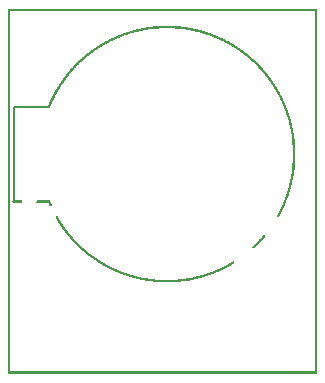
<source format=gbo>
G04 MADE WITH FRITZING*
G04 WWW.FRITZING.ORG*
G04 DOUBLE SIDED*
G04 HOLES PLATED*
G04 CONTOUR ON CENTER OF CONTOUR VECTOR*
%ASAXBY*%
%FSLAX23Y23*%
%MOIN*%
%OFA0B0*%
%SFA1.0B1.0*%
%ADD10C,0.008000*%
%ADD11R,0.001000X0.001000*%
%LNSILK0*%
G90*
G70*
G54D10*
X137Y890D02*
X19Y890D01*
D02*
X19Y890D02*
X19Y575D01*
G54D11*
X0Y1217D02*
X1030Y1217D01*
X0Y1216D02*
X1030Y1216D01*
X0Y1215D02*
X1030Y1215D01*
X0Y1214D02*
X1030Y1214D01*
X0Y1213D02*
X1030Y1213D01*
X0Y1212D02*
X1030Y1212D01*
X0Y1211D02*
X1030Y1211D01*
X0Y1210D02*
X1030Y1210D01*
X0Y1209D02*
X7Y1209D01*
X1023Y1209D02*
X1030Y1209D01*
X0Y1208D02*
X7Y1208D01*
X1023Y1208D02*
X1030Y1208D01*
X0Y1207D02*
X7Y1207D01*
X1023Y1207D02*
X1030Y1207D01*
X0Y1206D02*
X7Y1206D01*
X1023Y1206D02*
X1030Y1206D01*
X0Y1205D02*
X7Y1205D01*
X1023Y1205D02*
X1030Y1205D01*
X0Y1204D02*
X7Y1204D01*
X1023Y1204D02*
X1030Y1204D01*
X0Y1203D02*
X7Y1203D01*
X1023Y1203D02*
X1030Y1203D01*
X0Y1202D02*
X7Y1202D01*
X1023Y1202D02*
X1030Y1202D01*
X0Y1201D02*
X7Y1201D01*
X1023Y1201D02*
X1030Y1201D01*
X0Y1200D02*
X7Y1200D01*
X1023Y1200D02*
X1030Y1200D01*
X0Y1199D02*
X7Y1199D01*
X1023Y1199D02*
X1030Y1199D01*
X0Y1198D02*
X7Y1198D01*
X1023Y1198D02*
X1030Y1198D01*
X0Y1197D02*
X7Y1197D01*
X1023Y1197D02*
X1030Y1197D01*
X0Y1196D02*
X7Y1196D01*
X1023Y1196D02*
X1030Y1196D01*
X0Y1195D02*
X7Y1195D01*
X1023Y1195D02*
X1030Y1195D01*
X0Y1194D02*
X7Y1194D01*
X1023Y1194D02*
X1030Y1194D01*
X0Y1193D02*
X7Y1193D01*
X1023Y1193D02*
X1030Y1193D01*
X0Y1192D02*
X7Y1192D01*
X1023Y1192D02*
X1030Y1192D01*
X0Y1191D02*
X7Y1191D01*
X1023Y1191D02*
X1030Y1191D01*
X0Y1190D02*
X7Y1190D01*
X1023Y1190D02*
X1030Y1190D01*
X0Y1189D02*
X7Y1189D01*
X1023Y1189D02*
X1030Y1189D01*
X0Y1188D02*
X7Y1188D01*
X1023Y1188D02*
X1030Y1188D01*
X0Y1187D02*
X7Y1187D01*
X1023Y1187D02*
X1030Y1187D01*
X0Y1186D02*
X7Y1186D01*
X1023Y1186D02*
X1030Y1186D01*
X0Y1185D02*
X7Y1185D01*
X1023Y1185D02*
X1030Y1185D01*
X0Y1184D02*
X7Y1184D01*
X1023Y1184D02*
X1030Y1184D01*
X0Y1183D02*
X7Y1183D01*
X1023Y1183D02*
X1030Y1183D01*
X0Y1182D02*
X7Y1182D01*
X1023Y1182D02*
X1030Y1182D01*
X0Y1181D02*
X7Y1181D01*
X1023Y1181D02*
X1030Y1181D01*
X0Y1180D02*
X7Y1180D01*
X1023Y1180D02*
X1030Y1180D01*
X0Y1179D02*
X7Y1179D01*
X1023Y1179D02*
X1030Y1179D01*
X0Y1178D02*
X7Y1178D01*
X1023Y1178D02*
X1030Y1178D01*
X0Y1177D02*
X7Y1177D01*
X1023Y1177D02*
X1030Y1177D01*
X0Y1176D02*
X7Y1176D01*
X1023Y1176D02*
X1030Y1176D01*
X0Y1175D02*
X7Y1175D01*
X1023Y1175D02*
X1030Y1175D01*
X0Y1174D02*
X7Y1174D01*
X1023Y1174D02*
X1030Y1174D01*
X0Y1173D02*
X7Y1173D01*
X1023Y1173D02*
X1030Y1173D01*
X0Y1172D02*
X7Y1172D01*
X1023Y1172D02*
X1030Y1172D01*
X0Y1171D02*
X7Y1171D01*
X1023Y1171D02*
X1030Y1171D01*
X0Y1170D02*
X7Y1170D01*
X1023Y1170D02*
X1030Y1170D01*
X0Y1169D02*
X7Y1169D01*
X1023Y1169D02*
X1030Y1169D01*
X0Y1168D02*
X7Y1168D01*
X1023Y1168D02*
X1030Y1168D01*
X0Y1167D02*
X7Y1167D01*
X1023Y1167D02*
X1030Y1167D01*
X0Y1166D02*
X7Y1166D01*
X1023Y1166D02*
X1030Y1166D01*
X0Y1165D02*
X7Y1165D01*
X1023Y1165D02*
X1030Y1165D01*
X0Y1164D02*
X7Y1164D01*
X1023Y1164D02*
X1030Y1164D01*
X0Y1163D02*
X7Y1163D01*
X1023Y1163D02*
X1030Y1163D01*
X0Y1162D02*
X7Y1162D01*
X1023Y1162D02*
X1030Y1162D01*
X0Y1161D02*
X7Y1161D01*
X506Y1161D02*
X555Y1161D01*
X1023Y1161D02*
X1030Y1161D01*
X0Y1160D02*
X7Y1160D01*
X493Y1160D02*
X568Y1160D01*
X1023Y1160D02*
X1030Y1160D01*
X0Y1159D02*
X7Y1159D01*
X483Y1159D02*
X578Y1159D01*
X1023Y1159D02*
X1030Y1159D01*
X0Y1158D02*
X7Y1158D01*
X475Y1158D02*
X586Y1158D01*
X1023Y1158D02*
X1030Y1158D01*
X0Y1157D02*
X7Y1157D01*
X468Y1157D02*
X593Y1157D01*
X1023Y1157D02*
X1030Y1157D01*
X0Y1156D02*
X7Y1156D01*
X461Y1156D02*
X599Y1156D01*
X1023Y1156D02*
X1030Y1156D01*
X0Y1155D02*
X7Y1155D01*
X456Y1155D02*
X605Y1155D01*
X1023Y1155D02*
X1030Y1155D01*
X0Y1154D02*
X7Y1154D01*
X451Y1154D02*
X611Y1154D01*
X1023Y1154D02*
X1030Y1154D01*
X0Y1153D02*
X7Y1153D01*
X445Y1153D02*
X503Y1153D01*
X557Y1153D02*
X616Y1153D01*
X1023Y1153D02*
X1030Y1153D01*
X0Y1152D02*
X7Y1152D01*
X441Y1152D02*
X491Y1152D01*
X569Y1152D02*
X620Y1152D01*
X1023Y1152D02*
X1030Y1152D01*
X0Y1151D02*
X7Y1151D01*
X436Y1151D02*
X480Y1151D01*
X578Y1151D02*
X625Y1151D01*
X1023Y1151D02*
X1030Y1151D01*
X0Y1150D02*
X7Y1150D01*
X432Y1150D02*
X473Y1150D01*
X586Y1150D02*
X629Y1150D01*
X1023Y1150D02*
X1030Y1150D01*
X0Y1149D02*
X7Y1149D01*
X428Y1149D02*
X466Y1149D01*
X594Y1149D02*
X633Y1149D01*
X1023Y1149D02*
X1030Y1149D01*
X0Y1148D02*
X7Y1148D01*
X424Y1148D02*
X460Y1148D01*
X600Y1148D02*
X637Y1148D01*
X1023Y1148D02*
X1030Y1148D01*
X0Y1147D02*
X7Y1147D01*
X420Y1147D02*
X454Y1147D01*
X605Y1147D02*
X641Y1147D01*
X1023Y1147D02*
X1030Y1147D01*
X0Y1146D02*
X7Y1146D01*
X417Y1146D02*
X449Y1146D01*
X611Y1146D02*
X645Y1146D01*
X1023Y1146D02*
X1030Y1146D01*
X0Y1145D02*
X7Y1145D01*
X413Y1145D02*
X444Y1145D01*
X616Y1145D02*
X648Y1145D01*
X1023Y1145D02*
X1030Y1145D01*
X0Y1144D02*
X7Y1144D01*
X409Y1144D02*
X439Y1144D01*
X620Y1144D02*
X652Y1144D01*
X1023Y1144D02*
X1030Y1144D01*
X0Y1143D02*
X7Y1143D01*
X406Y1143D02*
X435Y1143D01*
X625Y1143D02*
X655Y1143D01*
X1023Y1143D02*
X1030Y1143D01*
X0Y1142D02*
X7Y1142D01*
X403Y1142D02*
X430Y1142D01*
X630Y1142D02*
X658Y1142D01*
X1023Y1142D02*
X1030Y1142D01*
X0Y1141D02*
X7Y1141D01*
X400Y1141D02*
X426Y1141D01*
X633Y1141D02*
X661Y1141D01*
X1023Y1141D02*
X1030Y1141D01*
X0Y1140D02*
X7Y1140D01*
X397Y1140D02*
X423Y1140D01*
X637Y1140D02*
X664Y1140D01*
X1023Y1140D02*
X1030Y1140D01*
X0Y1139D02*
X7Y1139D01*
X394Y1139D02*
X419Y1139D01*
X641Y1139D02*
X667Y1139D01*
X1023Y1139D02*
X1030Y1139D01*
X0Y1138D02*
X7Y1138D01*
X391Y1138D02*
X415Y1138D01*
X645Y1138D02*
X670Y1138D01*
X1023Y1138D02*
X1030Y1138D01*
X0Y1137D02*
X7Y1137D01*
X388Y1137D02*
X412Y1137D01*
X648Y1137D02*
X673Y1137D01*
X1023Y1137D02*
X1030Y1137D01*
X0Y1136D02*
X7Y1136D01*
X385Y1136D02*
X408Y1136D01*
X652Y1136D02*
X676Y1136D01*
X1023Y1136D02*
X1030Y1136D01*
X0Y1135D02*
X7Y1135D01*
X383Y1135D02*
X405Y1135D01*
X655Y1135D02*
X679Y1135D01*
X1023Y1135D02*
X1030Y1135D01*
X0Y1134D02*
X7Y1134D01*
X380Y1134D02*
X402Y1134D01*
X658Y1134D02*
X681Y1134D01*
X1023Y1134D02*
X1030Y1134D01*
X0Y1133D02*
X7Y1133D01*
X377Y1133D02*
X399Y1133D01*
X661Y1133D02*
X684Y1133D01*
X1023Y1133D02*
X1030Y1133D01*
X0Y1132D02*
X7Y1132D01*
X375Y1132D02*
X396Y1132D01*
X664Y1132D02*
X686Y1132D01*
X1023Y1132D02*
X1030Y1132D01*
X0Y1131D02*
X7Y1131D01*
X372Y1131D02*
X393Y1131D01*
X667Y1131D02*
X689Y1131D01*
X1023Y1131D02*
X1030Y1131D01*
X0Y1130D02*
X7Y1130D01*
X370Y1130D02*
X390Y1130D01*
X670Y1130D02*
X691Y1130D01*
X1023Y1130D02*
X1030Y1130D01*
X0Y1129D02*
X7Y1129D01*
X367Y1129D02*
X387Y1129D01*
X673Y1129D02*
X694Y1129D01*
X1023Y1129D02*
X1030Y1129D01*
X0Y1128D02*
X7Y1128D01*
X365Y1128D02*
X385Y1128D01*
X676Y1128D02*
X696Y1128D01*
X1023Y1128D02*
X1030Y1128D01*
X0Y1127D02*
X7Y1127D01*
X363Y1127D02*
X382Y1127D01*
X678Y1127D02*
X699Y1127D01*
X1023Y1127D02*
X1030Y1127D01*
X0Y1126D02*
X7Y1126D01*
X360Y1126D02*
X379Y1126D01*
X681Y1126D02*
X701Y1126D01*
X1023Y1126D02*
X1030Y1126D01*
X0Y1125D02*
X7Y1125D01*
X358Y1125D02*
X376Y1125D01*
X684Y1125D02*
X703Y1125D01*
X1023Y1125D02*
X1030Y1125D01*
X0Y1124D02*
X7Y1124D01*
X356Y1124D02*
X374Y1124D01*
X686Y1124D02*
X705Y1124D01*
X1023Y1124D02*
X1030Y1124D01*
X0Y1123D02*
X7Y1123D01*
X354Y1123D02*
X372Y1123D01*
X689Y1123D02*
X708Y1123D01*
X1023Y1123D02*
X1030Y1123D01*
X0Y1122D02*
X7Y1122D01*
X351Y1122D02*
X369Y1122D01*
X691Y1122D02*
X710Y1122D01*
X1023Y1122D02*
X1030Y1122D01*
X0Y1121D02*
X7Y1121D01*
X349Y1121D02*
X367Y1121D01*
X693Y1121D02*
X712Y1121D01*
X1023Y1121D02*
X1030Y1121D01*
X0Y1120D02*
X7Y1120D01*
X347Y1120D02*
X364Y1120D01*
X696Y1120D02*
X714Y1120D01*
X1023Y1120D02*
X1030Y1120D01*
X0Y1119D02*
X7Y1119D01*
X345Y1119D02*
X362Y1119D01*
X698Y1119D02*
X716Y1119D01*
X1023Y1119D02*
X1030Y1119D01*
X0Y1118D02*
X7Y1118D01*
X343Y1118D02*
X360Y1118D01*
X701Y1118D02*
X718Y1118D01*
X1023Y1118D02*
X1030Y1118D01*
X0Y1117D02*
X7Y1117D01*
X341Y1117D02*
X358Y1117D01*
X703Y1117D02*
X720Y1117D01*
X1023Y1117D02*
X1030Y1117D01*
X0Y1116D02*
X7Y1116D01*
X339Y1116D02*
X355Y1116D01*
X705Y1116D02*
X722Y1116D01*
X1023Y1116D02*
X1030Y1116D01*
X0Y1115D02*
X7Y1115D01*
X337Y1115D02*
X353Y1115D01*
X707Y1115D02*
X724Y1115D01*
X1023Y1115D02*
X1030Y1115D01*
X0Y1114D02*
X7Y1114D01*
X335Y1114D02*
X351Y1114D01*
X709Y1114D02*
X726Y1114D01*
X1023Y1114D02*
X1030Y1114D01*
X0Y1113D02*
X7Y1113D01*
X333Y1113D02*
X349Y1113D01*
X711Y1113D02*
X728Y1113D01*
X1023Y1113D02*
X1030Y1113D01*
X0Y1112D02*
X7Y1112D01*
X331Y1112D02*
X347Y1112D01*
X714Y1112D02*
X730Y1112D01*
X1023Y1112D02*
X1030Y1112D01*
X0Y1111D02*
X7Y1111D01*
X329Y1111D02*
X345Y1111D01*
X716Y1111D02*
X732Y1111D01*
X1023Y1111D02*
X1030Y1111D01*
X0Y1110D02*
X7Y1110D01*
X327Y1110D02*
X343Y1110D01*
X718Y1110D02*
X734Y1110D01*
X1023Y1110D02*
X1030Y1110D01*
X0Y1109D02*
X7Y1109D01*
X325Y1109D02*
X341Y1109D01*
X720Y1109D02*
X735Y1109D01*
X1023Y1109D02*
X1030Y1109D01*
X0Y1108D02*
X7Y1108D01*
X324Y1108D02*
X339Y1108D01*
X722Y1108D02*
X737Y1108D01*
X1023Y1108D02*
X1030Y1108D01*
X0Y1107D02*
X7Y1107D01*
X322Y1107D02*
X337Y1107D01*
X724Y1107D02*
X739Y1107D01*
X1023Y1107D02*
X1030Y1107D01*
X0Y1106D02*
X7Y1106D01*
X320Y1106D02*
X335Y1106D01*
X725Y1106D02*
X741Y1106D01*
X1023Y1106D02*
X1030Y1106D01*
X0Y1105D02*
X7Y1105D01*
X319Y1105D02*
X333Y1105D01*
X727Y1105D02*
X742Y1105D01*
X1023Y1105D02*
X1030Y1105D01*
X0Y1104D02*
X7Y1104D01*
X317Y1104D02*
X331Y1104D01*
X729Y1104D02*
X744Y1104D01*
X1023Y1104D02*
X1030Y1104D01*
X0Y1103D02*
X7Y1103D01*
X315Y1103D02*
X329Y1103D01*
X731Y1103D02*
X746Y1103D01*
X1023Y1103D02*
X1030Y1103D01*
X0Y1102D02*
X7Y1102D01*
X313Y1102D02*
X327Y1102D01*
X733Y1102D02*
X748Y1102D01*
X1023Y1102D02*
X1030Y1102D01*
X0Y1101D02*
X7Y1101D01*
X312Y1101D02*
X326Y1101D01*
X735Y1101D02*
X749Y1101D01*
X1023Y1101D02*
X1030Y1101D01*
X0Y1100D02*
X7Y1100D01*
X310Y1100D02*
X324Y1100D01*
X737Y1100D02*
X751Y1100D01*
X1023Y1100D02*
X1030Y1100D01*
X0Y1099D02*
X7Y1099D01*
X308Y1099D02*
X322Y1099D01*
X738Y1099D02*
X753Y1099D01*
X1023Y1099D02*
X1030Y1099D01*
X0Y1098D02*
X7Y1098D01*
X307Y1098D02*
X320Y1098D01*
X740Y1098D02*
X754Y1098D01*
X1023Y1098D02*
X1030Y1098D01*
X0Y1097D02*
X7Y1097D01*
X305Y1097D02*
X319Y1097D01*
X742Y1097D02*
X756Y1097D01*
X1023Y1097D02*
X1030Y1097D01*
X0Y1096D02*
X7Y1096D01*
X303Y1096D02*
X317Y1096D01*
X744Y1096D02*
X757Y1096D01*
X1023Y1096D02*
X1030Y1096D01*
X0Y1095D02*
X7Y1095D01*
X302Y1095D02*
X315Y1095D01*
X745Y1095D02*
X759Y1095D01*
X1023Y1095D02*
X1030Y1095D01*
X0Y1094D02*
X7Y1094D01*
X300Y1094D02*
X313Y1094D01*
X747Y1094D02*
X761Y1094D01*
X1023Y1094D02*
X1030Y1094D01*
X0Y1093D02*
X7Y1093D01*
X299Y1093D02*
X312Y1093D01*
X749Y1093D02*
X762Y1093D01*
X1023Y1093D02*
X1030Y1093D01*
X0Y1092D02*
X7Y1092D01*
X297Y1092D02*
X310Y1092D01*
X750Y1092D02*
X764Y1092D01*
X1023Y1092D02*
X1030Y1092D01*
X0Y1091D02*
X7Y1091D01*
X296Y1091D02*
X309Y1091D01*
X752Y1091D02*
X765Y1091D01*
X1023Y1091D02*
X1030Y1091D01*
X0Y1090D02*
X7Y1090D01*
X294Y1090D02*
X307Y1090D01*
X753Y1090D02*
X767Y1090D01*
X1023Y1090D02*
X1030Y1090D01*
X0Y1089D02*
X7Y1089D01*
X293Y1089D02*
X306Y1089D01*
X755Y1089D02*
X768Y1089D01*
X1023Y1089D02*
X1030Y1089D01*
X0Y1088D02*
X7Y1088D01*
X291Y1088D02*
X304Y1088D01*
X757Y1088D02*
X770Y1088D01*
X1023Y1088D02*
X1030Y1088D01*
X0Y1087D02*
X7Y1087D01*
X290Y1087D02*
X302Y1087D01*
X758Y1087D02*
X771Y1087D01*
X1023Y1087D02*
X1030Y1087D01*
X0Y1086D02*
X7Y1086D01*
X288Y1086D02*
X301Y1086D01*
X760Y1086D02*
X773Y1086D01*
X1023Y1086D02*
X1030Y1086D01*
X0Y1085D02*
X7Y1085D01*
X287Y1085D02*
X299Y1085D01*
X761Y1085D02*
X774Y1085D01*
X1023Y1085D02*
X1030Y1085D01*
X0Y1084D02*
X7Y1084D01*
X285Y1084D02*
X298Y1084D01*
X763Y1084D02*
X775Y1084D01*
X1023Y1084D02*
X1030Y1084D01*
X0Y1083D02*
X7Y1083D01*
X284Y1083D02*
X296Y1083D01*
X764Y1083D02*
X777Y1083D01*
X1023Y1083D02*
X1030Y1083D01*
X0Y1082D02*
X7Y1082D01*
X282Y1082D02*
X295Y1082D01*
X766Y1082D02*
X778Y1082D01*
X1023Y1082D02*
X1030Y1082D01*
X0Y1081D02*
X7Y1081D01*
X281Y1081D02*
X293Y1081D01*
X767Y1081D02*
X780Y1081D01*
X1023Y1081D02*
X1030Y1081D01*
X0Y1080D02*
X7Y1080D01*
X280Y1080D02*
X292Y1080D01*
X769Y1080D02*
X781Y1080D01*
X1023Y1080D02*
X1030Y1080D01*
X0Y1079D02*
X7Y1079D01*
X278Y1079D02*
X290Y1079D01*
X770Y1079D02*
X782Y1079D01*
X1023Y1079D02*
X1030Y1079D01*
X0Y1078D02*
X7Y1078D01*
X277Y1078D02*
X289Y1078D01*
X772Y1078D02*
X784Y1078D01*
X1023Y1078D02*
X1030Y1078D01*
X0Y1077D02*
X7Y1077D01*
X276Y1077D02*
X288Y1077D01*
X773Y1077D02*
X785Y1077D01*
X1023Y1077D02*
X1030Y1077D01*
X0Y1076D02*
X7Y1076D01*
X274Y1076D02*
X286Y1076D01*
X774Y1076D02*
X786Y1076D01*
X1023Y1076D02*
X1030Y1076D01*
X0Y1075D02*
X7Y1075D01*
X273Y1075D02*
X285Y1075D01*
X776Y1075D02*
X788Y1075D01*
X1023Y1075D02*
X1030Y1075D01*
X0Y1074D02*
X7Y1074D01*
X272Y1074D02*
X283Y1074D01*
X777Y1074D02*
X789Y1074D01*
X1023Y1074D02*
X1030Y1074D01*
X0Y1073D02*
X7Y1073D01*
X270Y1073D02*
X282Y1073D01*
X779Y1073D02*
X790Y1073D01*
X1023Y1073D02*
X1030Y1073D01*
X0Y1072D02*
X7Y1072D01*
X269Y1072D02*
X281Y1072D01*
X780Y1072D02*
X792Y1072D01*
X1023Y1072D02*
X1030Y1072D01*
X0Y1071D02*
X7Y1071D01*
X268Y1071D02*
X279Y1071D01*
X781Y1071D02*
X793Y1071D01*
X1023Y1071D02*
X1030Y1071D01*
X0Y1070D02*
X7Y1070D01*
X266Y1070D02*
X278Y1070D01*
X783Y1070D02*
X794Y1070D01*
X1023Y1070D02*
X1030Y1070D01*
X0Y1069D02*
X7Y1069D01*
X265Y1069D02*
X277Y1069D01*
X784Y1069D02*
X796Y1069D01*
X1023Y1069D02*
X1030Y1069D01*
X0Y1068D02*
X7Y1068D01*
X264Y1068D02*
X275Y1068D01*
X785Y1068D02*
X797Y1068D01*
X1023Y1068D02*
X1030Y1068D01*
X0Y1067D02*
X7Y1067D01*
X263Y1067D02*
X274Y1067D01*
X787Y1067D02*
X798Y1067D01*
X1023Y1067D02*
X1030Y1067D01*
X0Y1066D02*
X7Y1066D01*
X261Y1066D02*
X273Y1066D01*
X788Y1066D02*
X799Y1066D01*
X1023Y1066D02*
X1030Y1066D01*
X0Y1065D02*
X7Y1065D01*
X260Y1065D02*
X271Y1065D01*
X789Y1065D02*
X800Y1065D01*
X1023Y1065D02*
X1030Y1065D01*
X0Y1064D02*
X7Y1064D01*
X259Y1064D02*
X270Y1064D01*
X791Y1064D02*
X802Y1064D01*
X1023Y1064D02*
X1030Y1064D01*
X0Y1063D02*
X7Y1063D01*
X258Y1063D02*
X269Y1063D01*
X792Y1063D02*
X803Y1063D01*
X1023Y1063D02*
X1030Y1063D01*
X0Y1062D02*
X7Y1062D01*
X257Y1062D02*
X268Y1062D01*
X793Y1062D02*
X804Y1062D01*
X1023Y1062D02*
X1030Y1062D01*
X0Y1061D02*
X7Y1061D01*
X255Y1061D02*
X266Y1061D01*
X794Y1061D02*
X805Y1061D01*
X1023Y1061D02*
X1030Y1061D01*
X0Y1060D02*
X7Y1060D01*
X254Y1060D02*
X265Y1060D01*
X796Y1060D02*
X806Y1060D01*
X1023Y1060D02*
X1030Y1060D01*
X0Y1059D02*
X7Y1059D01*
X253Y1059D02*
X264Y1059D01*
X797Y1059D02*
X808Y1059D01*
X1023Y1059D02*
X1030Y1059D01*
X0Y1058D02*
X7Y1058D01*
X252Y1058D02*
X263Y1058D01*
X798Y1058D02*
X809Y1058D01*
X1023Y1058D02*
X1030Y1058D01*
X0Y1057D02*
X7Y1057D01*
X251Y1057D02*
X261Y1057D01*
X799Y1057D02*
X810Y1057D01*
X1023Y1057D02*
X1030Y1057D01*
X0Y1056D02*
X7Y1056D01*
X249Y1056D02*
X260Y1056D01*
X800Y1056D02*
X811Y1056D01*
X1023Y1056D02*
X1030Y1056D01*
X0Y1055D02*
X7Y1055D01*
X248Y1055D02*
X259Y1055D01*
X802Y1055D02*
X812Y1055D01*
X1023Y1055D02*
X1030Y1055D01*
X0Y1054D02*
X7Y1054D01*
X247Y1054D02*
X258Y1054D01*
X803Y1054D02*
X813Y1054D01*
X1023Y1054D02*
X1030Y1054D01*
X0Y1053D02*
X7Y1053D01*
X246Y1053D02*
X257Y1053D01*
X804Y1053D02*
X814Y1053D01*
X1023Y1053D02*
X1030Y1053D01*
X0Y1052D02*
X7Y1052D01*
X245Y1052D02*
X255Y1052D01*
X805Y1052D02*
X816Y1052D01*
X1023Y1052D02*
X1030Y1052D01*
X0Y1051D02*
X7Y1051D01*
X244Y1051D02*
X254Y1051D01*
X806Y1051D02*
X817Y1051D01*
X1023Y1051D02*
X1030Y1051D01*
X0Y1050D02*
X7Y1050D01*
X243Y1050D02*
X253Y1050D01*
X807Y1050D02*
X818Y1050D01*
X1023Y1050D02*
X1030Y1050D01*
X0Y1049D02*
X7Y1049D01*
X242Y1049D02*
X252Y1049D01*
X809Y1049D02*
X819Y1049D01*
X1023Y1049D02*
X1030Y1049D01*
X0Y1048D02*
X7Y1048D01*
X241Y1048D02*
X251Y1048D01*
X810Y1048D02*
X820Y1048D01*
X1023Y1048D02*
X1030Y1048D01*
X0Y1047D02*
X7Y1047D01*
X239Y1047D02*
X250Y1047D01*
X811Y1047D02*
X821Y1047D01*
X1023Y1047D02*
X1030Y1047D01*
X0Y1046D02*
X7Y1046D01*
X238Y1046D02*
X249Y1046D01*
X812Y1046D02*
X822Y1046D01*
X1023Y1046D02*
X1030Y1046D01*
X0Y1045D02*
X7Y1045D01*
X237Y1045D02*
X248Y1045D01*
X813Y1045D02*
X823Y1045D01*
X1023Y1045D02*
X1030Y1045D01*
X0Y1044D02*
X7Y1044D01*
X236Y1044D02*
X247Y1044D01*
X814Y1044D02*
X824Y1044D01*
X1023Y1044D02*
X1030Y1044D01*
X0Y1043D02*
X7Y1043D01*
X235Y1043D02*
X245Y1043D01*
X815Y1043D02*
X825Y1043D01*
X1023Y1043D02*
X1030Y1043D01*
X0Y1042D02*
X7Y1042D01*
X234Y1042D02*
X244Y1042D01*
X816Y1042D02*
X826Y1042D01*
X1023Y1042D02*
X1030Y1042D01*
X0Y1041D02*
X7Y1041D01*
X233Y1041D02*
X243Y1041D01*
X817Y1041D02*
X827Y1041D01*
X1023Y1041D02*
X1030Y1041D01*
X0Y1040D02*
X7Y1040D01*
X232Y1040D02*
X242Y1040D01*
X819Y1040D02*
X828Y1040D01*
X1023Y1040D02*
X1030Y1040D01*
X0Y1039D02*
X7Y1039D01*
X231Y1039D02*
X241Y1039D01*
X820Y1039D02*
X829Y1039D01*
X1023Y1039D02*
X1030Y1039D01*
X0Y1038D02*
X7Y1038D01*
X230Y1038D02*
X240Y1038D01*
X821Y1038D02*
X830Y1038D01*
X1023Y1038D02*
X1030Y1038D01*
X0Y1037D02*
X7Y1037D01*
X229Y1037D02*
X239Y1037D01*
X822Y1037D02*
X831Y1037D01*
X1023Y1037D02*
X1030Y1037D01*
X0Y1036D02*
X7Y1036D01*
X228Y1036D02*
X238Y1036D01*
X823Y1036D02*
X832Y1036D01*
X1023Y1036D02*
X1030Y1036D01*
X0Y1035D02*
X7Y1035D01*
X227Y1035D02*
X237Y1035D01*
X824Y1035D02*
X833Y1035D01*
X1023Y1035D02*
X1030Y1035D01*
X0Y1034D02*
X7Y1034D01*
X226Y1034D02*
X236Y1034D01*
X825Y1034D02*
X834Y1034D01*
X1023Y1034D02*
X1030Y1034D01*
X0Y1033D02*
X7Y1033D01*
X225Y1033D02*
X235Y1033D01*
X826Y1033D02*
X835Y1033D01*
X1023Y1033D02*
X1030Y1033D01*
X0Y1032D02*
X7Y1032D01*
X224Y1032D02*
X234Y1032D01*
X827Y1032D02*
X836Y1032D01*
X1023Y1032D02*
X1030Y1032D01*
X0Y1031D02*
X7Y1031D01*
X223Y1031D02*
X233Y1031D01*
X828Y1031D02*
X837Y1031D01*
X1023Y1031D02*
X1030Y1031D01*
X0Y1030D02*
X7Y1030D01*
X222Y1030D02*
X232Y1030D01*
X829Y1030D02*
X838Y1030D01*
X1023Y1030D02*
X1030Y1030D01*
X0Y1029D02*
X7Y1029D01*
X221Y1029D02*
X231Y1029D01*
X830Y1029D02*
X839Y1029D01*
X1023Y1029D02*
X1030Y1029D01*
X0Y1028D02*
X7Y1028D01*
X220Y1028D02*
X230Y1028D01*
X831Y1028D02*
X840Y1028D01*
X1023Y1028D02*
X1030Y1028D01*
X0Y1027D02*
X7Y1027D01*
X219Y1027D02*
X229Y1027D01*
X832Y1027D02*
X841Y1027D01*
X1023Y1027D02*
X1030Y1027D01*
X0Y1026D02*
X7Y1026D01*
X218Y1026D02*
X228Y1026D01*
X833Y1026D02*
X842Y1026D01*
X1023Y1026D02*
X1030Y1026D01*
X0Y1025D02*
X7Y1025D01*
X217Y1025D02*
X227Y1025D01*
X834Y1025D02*
X843Y1025D01*
X1023Y1025D02*
X1030Y1025D01*
X0Y1024D02*
X7Y1024D01*
X217Y1024D02*
X226Y1024D01*
X835Y1024D02*
X844Y1024D01*
X1023Y1024D02*
X1030Y1024D01*
X0Y1023D02*
X7Y1023D01*
X216Y1023D02*
X225Y1023D01*
X835Y1023D02*
X845Y1023D01*
X1023Y1023D02*
X1030Y1023D01*
X0Y1022D02*
X7Y1022D01*
X215Y1022D02*
X224Y1022D01*
X836Y1022D02*
X846Y1022D01*
X1023Y1022D02*
X1030Y1022D01*
X0Y1021D02*
X7Y1021D01*
X214Y1021D02*
X223Y1021D01*
X837Y1021D02*
X847Y1021D01*
X1023Y1021D02*
X1030Y1021D01*
X0Y1020D02*
X7Y1020D01*
X213Y1020D02*
X222Y1020D01*
X838Y1020D02*
X848Y1020D01*
X1023Y1020D02*
X1030Y1020D01*
X0Y1019D02*
X7Y1019D01*
X212Y1019D02*
X221Y1019D01*
X839Y1019D02*
X849Y1019D01*
X1023Y1019D02*
X1030Y1019D01*
X0Y1018D02*
X7Y1018D01*
X211Y1018D02*
X221Y1018D01*
X840Y1018D02*
X849Y1018D01*
X1023Y1018D02*
X1030Y1018D01*
X0Y1017D02*
X7Y1017D01*
X210Y1017D02*
X220Y1017D01*
X841Y1017D02*
X850Y1017D01*
X1023Y1017D02*
X1030Y1017D01*
X0Y1016D02*
X7Y1016D01*
X209Y1016D02*
X219Y1016D01*
X842Y1016D02*
X851Y1016D01*
X1023Y1016D02*
X1030Y1016D01*
X0Y1015D02*
X7Y1015D01*
X208Y1015D02*
X218Y1015D01*
X843Y1015D02*
X852Y1015D01*
X1023Y1015D02*
X1030Y1015D01*
X0Y1014D02*
X7Y1014D01*
X208Y1014D02*
X217Y1014D01*
X844Y1014D02*
X853Y1014D01*
X1023Y1014D02*
X1030Y1014D01*
X0Y1013D02*
X7Y1013D01*
X207Y1013D02*
X216Y1013D01*
X845Y1013D02*
X854Y1013D01*
X1023Y1013D02*
X1030Y1013D01*
X0Y1012D02*
X7Y1012D01*
X206Y1012D02*
X215Y1012D01*
X846Y1012D02*
X855Y1012D01*
X1023Y1012D02*
X1030Y1012D01*
X0Y1011D02*
X7Y1011D01*
X205Y1011D02*
X214Y1011D01*
X846Y1011D02*
X855Y1011D01*
X1023Y1011D02*
X1030Y1011D01*
X0Y1010D02*
X7Y1010D01*
X204Y1010D02*
X213Y1010D01*
X847Y1010D02*
X856Y1010D01*
X1023Y1010D02*
X1030Y1010D01*
X0Y1009D02*
X7Y1009D01*
X203Y1009D02*
X213Y1009D01*
X848Y1009D02*
X857Y1009D01*
X1023Y1009D02*
X1030Y1009D01*
X0Y1008D02*
X7Y1008D01*
X202Y1008D02*
X212Y1008D01*
X849Y1008D02*
X858Y1008D01*
X1023Y1008D02*
X1030Y1008D01*
X0Y1007D02*
X7Y1007D01*
X202Y1007D02*
X211Y1007D01*
X850Y1007D02*
X859Y1007D01*
X1023Y1007D02*
X1030Y1007D01*
X0Y1006D02*
X7Y1006D01*
X201Y1006D02*
X210Y1006D01*
X851Y1006D02*
X860Y1006D01*
X1023Y1006D02*
X1030Y1006D01*
X0Y1005D02*
X7Y1005D01*
X200Y1005D02*
X209Y1005D01*
X852Y1005D02*
X860Y1005D01*
X1023Y1005D02*
X1030Y1005D01*
X0Y1004D02*
X7Y1004D01*
X199Y1004D02*
X208Y1004D01*
X852Y1004D02*
X861Y1004D01*
X1023Y1004D02*
X1030Y1004D01*
X0Y1003D02*
X7Y1003D01*
X198Y1003D02*
X207Y1003D01*
X853Y1003D02*
X862Y1003D01*
X1023Y1003D02*
X1030Y1003D01*
X0Y1002D02*
X7Y1002D01*
X198Y1002D02*
X207Y1002D01*
X854Y1002D02*
X863Y1002D01*
X1023Y1002D02*
X1030Y1002D01*
X0Y1001D02*
X7Y1001D01*
X197Y1001D02*
X206Y1001D01*
X855Y1001D02*
X864Y1001D01*
X1023Y1001D02*
X1030Y1001D01*
X0Y1000D02*
X7Y1000D01*
X196Y1000D02*
X205Y1000D01*
X856Y1000D02*
X864Y1000D01*
X1023Y1000D02*
X1030Y1000D01*
X0Y999D02*
X7Y999D01*
X195Y999D02*
X204Y999D01*
X857Y999D02*
X865Y999D01*
X1023Y999D02*
X1030Y999D01*
X0Y998D02*
X7Y998D01*
X194Y998D02*
X203Y998D01*
X857Y998D02*
X866Y998D01*
X1023Y998D02*
X1030Y998D01*
X0Y997D02*
X7Y997D01*
X194Y997D02*
X203Y997D01*
X858Y997D02*
X867Y997D01*
X1023Y997D02*
X1030Y997D01*
X0Y996D02*
X7Y996D01*
X193Y996D02*
X202Y996D01*
X859Y996D02*
X868Y996D01*
X1023Y996D02*
X1030Y996D01*
X0Y995D02*
X7Y995D01*
X192Y995D02*
X201Y995D01*
X860Y995D02*
X868Y995D01*
X1023Y995D02*
X1030Y995D01*
X0Y994D02*
X7Y994D01*
X191Y994D02*
X200Y994D01*
X861Y994D02*
X869Y994D01*
X1023Y994D02*
X1030Y994D01*
X0Y993D02*
X7Y993D01*
X190Y993D02*
X199Y993D01*
X861Y993D02*
X870Y993D01*
X1023Y993D02*
X1030Y993D01*
X0Y992D02*
X7Y992D01*
X190Y992D02*
X199Y992D01*
X862Y992D02*
X871Y992D01*
X1023Y992D02*
X1030Y992D01*
X0Y991D02*
X7Y991D01*
X189Y991D02*
X198Y991D01*
X863Y991D02*
X871Y991D01*
X1023Y991D02*
X1030Y991D01*
X0Y990D02*
X7Y990D01*
X188Y990D02*
X197Y990D01*
X864Y990D02*
X872Y990D01*
X1023Y990D02*
X1030Y990D01*
X0Y989D02*
X7Y989D01*
X187Y989D02*
X196Y989D01*
X865Y989D02*
X873Y989D01*
X1023Y989D02*
X1030Y989D01*
X0Y988D02*
X7Y988D01*
X187Y988D02*
X195Y988D01*
X865Y988D02*
X874Y988D01*
X1023Y988D02*
X1030Y988D01*
X0Y987D02*
X7Y987D01*
X186Y987D02*
X195Y987D01*
X866Y987D02*
X874Y987D01*
X1023Y987D02*
X1030Y987D01*
X0Y986D02*
X7Y986D01*
X185Y986D02*
X194Y986D01*
X867Y986D02*
X875Y986D01*
X1023Y986D02*
X1030Y986D01*
X0Y985D02*
X7Y985D01*
X185Y985D02*
X193Y985D01*
X868Y985D02*
X876Y985D01*
X1023Y985D02*
X1030Y985D01*
X0Y984D02*
X7Y984D01*
X184Y984D02*
X192Y984D01*
X868Y984D02*
X877Y984D01*
X1023Y984D02*
X1030Y984D01*
X0Y983D02*
X7Y983D01*
X183Y983D02*
X192Y983D01*
X869Y983D02*
X877Y983D01*
X1023Y983D02*
X1030Y983D01*
X0Y982D02*
X7Y982D01*
X182Y982D02*
X191Y982D01*
X870Y982D02*
X878Y982D01*
X1023Y982D02*
X1030Y982D01*
X0Y981D02*
X7Y981D01*
X182Y981D02*
X190Y981D01*
X870Y981D02*
X879Y981D01*
X1023Y981D02*
X1030Y981D01*
X0Y980D02*
X7Y980D01*
X181Y980D02*
X190Y980D01*
X871Y980D02*
X879Y980D01*
X1023Y980D02*
X1030Y980D01*
X0Y979D02*
X7Y979D01*
X180Y979D02*
X189Y979D01*
X872Y979D02*
X880Y979D01*
X1023Y979D02*
X1030Y979D01*
X0Y978D02*
X7Y978D01*
X179Y978D02*
X188Y978D01*
X873Y978D02*
X881Y978D01*
X1023Y978D02*
X1030Y978D01*
X0Y977D02*
X7Y977D01*
X179Y977D02*
X187Y977D01*
X873Y977D02*
X882Y977D01*
X1023Y977D02*
X1030Y977D01*
X0Y976D02*
X7Y976D01*
X178Y976D02*
X187Y976D01*
X874Y976D02*
X882Y976D01*
X1023Y976D02*
X1030Y976D01*
X0Y975D02*
X7Y975D01*
X177Y975D02*
X186Y975D01*
X875Y975D02*
X883Y975D01*
X1023Y975D02*
X1030Y975D01*
X0Y974D02*
X7Y974D01*
X177Y974D02*
X185Y974D01*
X875Y974D02*
X884Y974D01*
X1023Y974D02*
X1030Y974D01*
X0Y973D02*
X7Y973D01*
X176Y973D02*
X185Y973D01*
X876Y973D02*
X884Y973D01*
X1023Y973D02*
X1030Y973D01*
X0Y972D02*
X7Y972D01*
X175Y972D02*
X184Y972D01*
X877Y972D02*
X885Y972D01*
X1023Y972D02*
X1030Y972D01*
X0Y971D02*
X7Y971D01*
X175Y971D02*
X183Y971D01*
X878Y971D02*
X886Y971D01*
X1023Y971D02*
X1030Y971D01*
X0Y970D02*
X7Y970D01*
X174Y970D02*
X183Y970D01*
X878Y970D02*
X886Y970D01*
X1023Y970D02*
X1030Y970D01*
X0Y969D02*
X7Y969D01*
X173Y969D02*
X182Y969D01*
X879Y969D02*
X887Y969D01*
X1023Y969D02*
X1030Y969D01*
X0Y968D02*
X7Y968D01*
X173Y968D02*
X181Y968D01*
X880Y968D02*
X888Y968D01*
X1023Y968D02*
X1030Y968D01*
X0Y967D02*
X7Y967D01*
X172Y967D02*
X181Y967D01*
X880Y967D02*
X888Y967D01*
X1023Y967D02*
X1030Y967D01*
X0Y966D02*
X7Y966D01*
X172Y966D02*
X180Y966D01*
X881Y966D02*
X889Y966D01*
X1023Y966D02*
X1030Y966D01*
X0Y965D02*
X7Y965D01*
X171Y965D02*
X179Y965D01*
X882Y965D02*
X890Y965D01*
X1023Y965D02*
X1030Y965D01*
X0Y964D02*
X7Y964D01*
X170Y964D02*
X179Y964D01*
X882Y964D02*
X890Y964D01*
X1023Y964D02*
X1030Y964D01*
X0Y963D02*
X7Y963D01*
X170Y963D02*
X178Y963D01*
X883Y963D02*
X891Y963D01*
X1023Y963D02*
X1030Y963D01*
X0Y962D02*
X7Y962D01*
X169Y962D02*
X177Y962D01*
X883Y962D02*
X892Y962D01*
X1023Y962D02*
X1030Y962D01*
X0Y961D02*
X7Y961D01*
X168Y961D02*
X177Y961D01*
X884Y961D02*
X892Y961D01*
X1023Y961D02*
X1030Y961D01*
X0Y960D02*
X7Y960D01*
X168Y960D02*
X176Y960D01*
X885Y960D02*
X893Y960D01*
X1023Y960D02*
X1030Y960D01*
X0Y959D02*
X7Y959D01*
X167Y959D02*
X175Y959D01*
X885Y959D02*
X893Y959D01*
X1023Y959D02*
X1030Y959D01*
X0Y958D02*
X7Y958D01*
X166Y958D02*
X175Y958D01*
X886Y958D02*
X894Y958D01*
X1023Y958D02*
X1030Y958D01*
X0Y957D02*
X7Y957D01*
X166Y957D02*
X174Y957D01*
X887Y957D02*
X895Y957D01*
X1023Y957D02*
X1030Y957D01*
X0Y956D02*
X7Y956D01*
X165Y956D02*
X173Y956D01*
X887Y956D02*
X895Y956D01*
X1023Y956D02*
X1030Y956D01*
X0Y955D02*
X7Y955D01*
X165Y955D02*
X173Y955D01*
X888Y955D02*
X896Y955D01*
X1023Y955D02*
X1030Y955D01*
X0Y954D02*
X7Y954D01*
X164Y954D02*
X172Y954D01*
X889Y954D02*
X896Y954D01*
X1023Y954D02*
X1030Y954D01*
X0Y953D02*
X7Y953D01*
X163Y953D02*
X172Y953D01*
X889Y953D02*
X897Y953D01*
X1023Y953D02*
X1030Y953D01*
X0Y952D02*
X7Y952D01*
X163Y952D02*
X171Y952D01*
X890Y952D02*
X898Y952D01*
X1023Y952D02*
X1030Y952D01*
X0Y951D02*
X7Y951D01*
X162Y951D02*
X170Y951D01*
X890Y951D02*
X898Y951D01*
X1023Y951D02*
X1030Y951D01*
X0Y950D02*
X7Y950D01*
X162Y950D02*
X170Y950D01*
X891Y950D02*
X899Y950D01*
X1023Y950D02*
X1030Y950D01*
X0Y949D02*
X7Y949D01*
X161Y949D02*
X169Y949D01*
X892Y949D02*
X899Y949D01*
X1023Y949D02*
X1030Y949D01*
X0Y948D02*
X7Y948D01*
X160Y948D02*
X169Y948D01*
X892Y948D02*
X900Y948D01*
X1023Y948D02*
X1030Y948D01*
X0Y947D02*
X7Y947D01*
X160Y947D02*
X168Y947D01*
X893Y947D02*
X901Y947D01*
X1023Y947D02*
X1030Y947D01*
X0Y946D02*
X7Y946D01*
X159Y946D02*
X167Y946D01*
X893Y946D02*
X901Y946D01*
X1023Y946D02*
X1030Y946D01*
X0Y945D02*
X7Y945D01*
X159Y945D02*
X167Y945D01*
X894Y945D02*
X902Y945D01*
X1023Y945D02*
X1030Y945D01*
X0Y944D02*
X7Y944D01*
X158Y944D02*
X166Y944D01*
X895Y944D02*
X902Y944D01*
X1023Y944D02*
X1030Y944D01*
X0Y943D02*
X7Y943D01*
X158Y943D02*
X166Y943D01*
X895Y943D02*
X903Y943D01*
X1023Y943D02*
X1030Y943D01*
X0Y942D02*
X7Y942D01*
X157Y942D02*
X165Y942D01*
X896Y942D02*
X903Y942D01*
X1023Y942D02*
X1030Y942D01*
X0Y941D02*
X7Y941D01*
X156Y941D02*
X165Y941D01*
X896Y941D02*
X904Y941D01*
X1023Y941D02*
X1030Y941D01*
X0Y940D02*
X7Y940D01*
X156Y940D02*
X164Y940D01*
X897Y940D02*
X904Y940D01*
X1023Y940D02*
X1030Y940D01*
X0Y939D02*
X7Y939D01*
X155Y939D02*
X163Y939D01*
X897Y939D02*
X905Y939D01*
X1023Y939D02*
X1030Y939D01*
X0Y938D02*
X7Y938D01*
X155Y938D02*
X163Y938D01*
X898Y938D02*
X906Y938D01*
X1023Y938D02*
X1030Y938D01*
X0Y937D02*
X7Y937D01*
X154Y937D02*
X162Y937D01*
X898Y937D02*
X906Y937D01*
X1023Y937D02*
X1030Y937D01*
X0Y936D02*
X7Y936D01*
X154Y936D02*
X162Y936D01*
X899Y936D02*
X907Y936D01*
X1023Y936D02*
X1030Y936D01*
X0Y935D02*
X7Y935D01*
X153Y935D02*
X161Y935D01*
X900Y935D02*
X907Y935D01*
X1023Y935D02*
X1030Y935D01*
X0Y934D02*
X7Y934D01*
X153Y934D02*
X161Y934D01*
X900Y934D02*
X908Y934D01*
X1023Y934D02*
X1030Y934D01*
X0Y933D02*
X7Y933D01*
X152Y933D02*
X160Y933D01*
X901Y933D02*
X908Y933D01*
X1023Y933D02*
X1030Y933D01*
X0Y932D02*
X7Y932D01*
X152Y932D02*
X160Y932D01*
X901Y932D02*
X909Y932D01*
X1023Y932D02*
X1030Y932D01*
X0Y931D02*
X7Y931D01*
X151Y931D02*
X159Y931D01*
X902Y931D02*
X909Y931D01*
X1023Y931D02*
X1030Y931D01*
X0Y930D02*
X7Y930D01*
X151Y930D02*
X159Y930D01*
X902Y930D02*
X910Y930D01*
X1023Y930D02*
X1030Y930D01*
X0Y929D02*
X7Y929D01*
X150Y929D02*
X158Y929D01*
X903Y929D02*
X910Y929D01*
X1023Y929D02*
X1030Y929D01*
X0Y928D02*
X7Y928D01*
X150Y928D02*
X158Y928D01*
X903Y928D02*
X911Y928D01*
X1023Y928D02*
X1030Y928D01*
X0Y927D02*
X7Y927D01*
X149Y927D02*
X157Y927D01*
X904Y927D02*
X911Y927D01*
X1023Y927D02*
X1030Y927D01*
X0Y926D02*
X7Y926D01*
X149Y926D02*
X156Y926D01*
X904Y926D02*
X912Y926D01*
X1023Y926D02*
X1030Y926D01*
X0Y925D02*
X7Y925D01*
X148Y925D02*
X156Y925D01*
X905Y925D02*
X912Y925D01*
X1023Y925D02*
X1030Y925D01*
X0Y924D02*
X7Y924D01*
X148Y924D02*
X155Y924D01*
X905Y924D02*
X913Y924D01*
X1023Y924D02*
X1030Y924D01*
X0Y923D02*
X7Y923D01*
X147Y923D02*
X155Y923D01*
X906Y923D02*
X913Y923D01*
X1023Y923D02*
X1030Y923D01*
X0Y922D02*
X7Y922D01*
X147Y922D02*
X154Y922D01*
X906Y922D02*
X914Y922D01*
X1023Y922D02*
X1030Y922D01*
X0Y921D02*
X7Y921D01*
X146Y921D02*
X154Y921D01*
X907Y921D02*
X914Y921D01*
X1023Y921D02*
X1030Y921D01*
X0Y920D02*
X7Y920D01*
X146Y920D02*
X154Y920D01*
X907Y920D02*
X915Y920D01*
X1023Y920D02*
X1030Y920D01*
X0Y919D02*
X7Y919D01*
X145Y919D02*
X153Y919D01*
X908Y919D02*
X915Y919D01*
X1023Y919D02*
X1030Y919D01*
X0Y918D02*
X7Y918D01*
X145Y918D02*
X153Y918D01*
X908Y918D02*
X916Y918D01*
X1023Y918D02*
X1030Y918D01*
X0Y917D02*
X7Y917D01*
X144Y917D02*
X152Y917D01*
X909Y917D02*
X916Y917D01*
X1023Y917D02*
X1030Y917D01*
X0Y916D02*
X7Y916D01*
X144Y916D02*
X152Y916D01*
X909Y916D02*
X917Y916D01*
X1023Y916D02*
X1030Y916D01*
X0Y915D02*
X7Y915D01*
X143Y915D02*
X151Y915D01*
X910Y915D02*
X917Y915D01*
X1023Y915D02*
X1030Y915D01*
X0Y914D02*
X7Y914D01*
X143Y914D02*
X151Y914D01*
X910Y914D02*
X918Y914D01*
X1023Y914D02*
X1030Y914D01*
X0Y913D02*
X7Y913D01*
X142Y913D02*
X150Y913D01*
X911Y913D02*
X918Y913D01*
X1023Y913D02*
X1030Y913D01*
X0Y912D02*
X7Y912D01*
X142Y912D02*
X150Y912D01*
X911Y912D02*
X919Y912D01*
X1023Y912D02*
X1030Y912D01*
X0Y911D02*
X7Y911D01*
X141Y911D02*
X149Y911D01*
X912Y911D02*
X919Y911D01*
X1023Y911D02*
X1030Y911D01*
X0Y910D02*
X7Y910D01*
X141Y910D02*
X149Y910D01*
X912Y910D02*
X920Y910D01*
X1023Y910D02*
X1030Y910D01*
X0Y909D02*
X7Y909D01*
X140Y909D02*
X148Y909D01*
X913Y909D02*
X920Y909D01*
X1023Y909D02*
X1030Y909D01*
X0Y908D02*
X7Y908D01*
X140Y908D02*
X148Y908D01*
X913Y908D02*
X920Y908D01*
X1023Y908D02*
X1030Y908D01*
X0Y907D02*
X7Y907D01*
X140Y907D02*
X147Y907D01*
X913Y907D02*
X921Y907D01*
X1023Y907D02*
X1030Y907D01*
X0Y906D02*
X7Y906D01*
X139Y906D02*
X147Y906D01*
X914Y906D02*
X921Y906D01*
X1023Y906D02*
X1030Y906D01*
X0Y905D02*
X7Y905D01*
X139Y905D02*
X146Y905D01*
X914Y905D02*
X922Y905D01*
X1023Y905D02*
X1030Y905D01*
X0Y904D02*
X7Y904D01*
X138Y904D02*
X146Y904D01*
X915Y904D02*
X922Y904D01*
X1023Y904D02*
X1030Y904D01*
X0Y903D02*
X7Y903D01*
X138Y903D02*
X146Y903D01*
X915Y903D02*
X923Y903D01*
X1023Y903D02*
X1030Y903D01*
X0Y902D02*
X7Y902D01*
X137Y902D02*
X145Y902D01*
X916Y902D02*
X923Y902D01*
X1023Y902D02*
X1030Y902D01*
X0Y901D02*
X7Y901D01*
X137Y901D02*
X145Y901D01*
X916Y901D02*
X923Y901D01*
X1023Y901D02*
X1030Y901D01*
X0Y900D02*
X7Y900D01*
X137Y900D02*
X144Y900D01*
X917Y900D02*
X924Y900D01*
X1023Y900D02*
X1030Y900D01*
X0Y899D02*
X7Y899D01*
X136Y899D02*
X144Y899D01*
X917Y899D02*
X924Y899D01*
X1023Y899D02*
X1030Y899D01*
X0Y898D02*
X7Y898D01*
X136Y898D02*
X143Y898D01*
X917Y898D02*
X925Y898D01*
X1023Y898D02*
X1030Y898D01*
X0Y897D02*
X7Y897D01*
X135Y897D02*
X143Y897D01*
X918Y897D02*
X925Y897D01*
X1023Y897D02*
X1030Y897D01*
X0Y896D02*
X7Y896D01*
X135Y896D02*
X143Y896D01*
X918Y896D02*
X926Y896D01*
X1023Y896D02*
X1030Y896D01*
X0Y895D02*
X7Y895D01*
X134Y895D02*
X142Y895D01*
X919Y895D02*
X926Y895D01*
X1023Y895D02*
X1030Y895D01*
X0Y894D02*
X7Y894D01*
X134Y894D02*
X142Y894D01*
X919Y894D02*
X926Y894D01*
X1023Y894D02*
X1030Y894D01*
X0Y893D02*
X7Y893D01*
X134Y893D02*
X141Y893D01*
X920Y893D02*
X927Y893D01*
X1023Y893D02*
X1030Y893D01*
X0Y892D02*
X7Y892D01*
X136Y892D02*
X141Y892D01*
X920Y892D02*
X927Y892D01*
X1023Y892D02*
X1030Y892D01*
X0Y891D02*
X7Y891D01*
X138Y891D02*
X140Y891D01*
X920Y891D02*
X928Y891D01*
X1023Y891D02*
X1030Y891D01*
X0Y890D02*
X7Y890D01*
X921Y890D02*
X928Y890D01*
X1023Y890D02*
X1030Y890D01*
X0Y889D02*
X7Y889D01*
X921Y889D02*
X928Y889D01*
X1023Y889D02*
X1030Y889D01*
X0Y888D02*
X7Y888D01*
X921Y888D02*
X929Y888D01*
X1023Y888D02*
X1030Y888D01*
X0Y887D02*
X7Y887D01*
X922Y887D02*
X929Y887D01*
X1023Y887D02*
X1030Y887D01*
X0Y886D02*
X7Y886D01*
X922Y886D02*
X930Y886D01*
X1023Y886D02*
X1030Y886D01*
X0Y885D02*
X7Y885D01*
X923Y885D02*
X930Y885D01*
X1023Y885D02*
X1030Y885D01*
X0Y884D02*
X7Y884D01*
X923Y884D02*
X930Y884D01*
X1023Y884D02*
X1030Y884D01*
X0Y883D02*
X7Y883D01*
X923Y883D02*
X931Y883D01*
X1023Y883D02*
X1030Y883D01*
X0Y882D02*
X7Y882D01*
X924Y882D02*
X931Y882D01*
X1023Y882D02*
X1030Y882D01*
X0Y881D02*
X7Y881D01*
X924Y881D02*
X931Y881D01*
X1023Y881D02*
X1030Y881D01*
X0Y880D02*
X7Y880D01*
X925Y880D02*
X932Y880D01*
X1023Y880D02*
X1030Y880D01*
X0Y879D02*
X7Y879D01*
X925Y879D02*
X932Y879D01*
X1023Y879D02*
X1030Y879D01*
X0Y878D02*
X7Y878D01*
X925Y878D02*
X933Y878D01*
X1023Y878D02*
X1030Y878D01*
X0Y877D02*
X7Y877D01*
X926Y877D02*
X933Y877D01*
X1023Y877D02*
X1030Y877D01*
X0Y876D02*
X7Y876D01*
X926Y876D02*
X933Y876D01*
X1023Y876D02*
X1030Y876D01*
X0Y875D02*
X7Y875D01*
X926Y875D02*
X934Y875D01*
X1023Y875D02*
X1030Y875D01*
X0Y874D02*
X7Y874D01*
X927Y874D02*
X934Y874D01*
X1023Y874D02*
X1030Y874D01*
X0Y873D02*
X7Y873D01*
X927Y873D02*
X934Y873D01*
X1023Y873D02*
X1030Y873D01*
X0Y872D02*
X7Y872D01*
X927Y872D02*
X935Y872D01*
X1023Y872D02*
X1030Y872D01*
X0Y871D02*
X7Y871D01*
X928Y871D02*
X935Y871D01*
X1023Y871D02*
X1030Y871D01*
X0Y870D02*
X7Y870D01*
X928Y870D02*
X935Y870D01*
X1023Y870D02*
X1030Y870D01*
X0Y869D02*
X7Y869D01*
X928Y869D02*
X936Y869D01*
X1023Y869D02*
X1030Y869D01*
X0Y868D02*
X7Y868D01*
X929Y868D02*
X936Y868D01*
X1023Y868D02*
X1030Y868D01*
X0Y867D02*
X7Y867D01*
X929Y867D02*
X936Y867D01*
X1023Y867D02*
X1030Y867D01*
X0Y866D02*
X7Y866D01*
X929Y866D02*
X937Y866D01*
X1023Y866D02*
X1030Y866D01*
X0Y865D02*
X7Y865D01*
X930Y865D02*
X937Y865D01*
X1023Y865D02*
X1030Y865D01*
X0Y864D02*
X7Y864D01*
X930Y864D02*
X937Y864D01*
X1023Y864D02*
X1030Y864D01*
X0Y863D02*
X7Y863D01*
X930Y863D02*
X938Y863D01*
X1023Y863D02*
X1030Y863D01*
X0Y862D02*
X7Y862D01*
X931Y862D02*
X938Y862D01*
X1023Y862D02*
X1030Y862D01*
X0Y861D02*
X7Y861D01*
X931Y861D02*
X938Y861D01*
X1023Y861D02*
X1030Y861D01*
X0Y860D02*
X7Y860D01*
X931Y860D02*
X939Y860D01*
X1023Y860D02*
X1030Y860D01*
X0Y859D02*
X7Y859D01*
X932Y859D02*
X939Y859D01*
X1023Y859D02*
X1030Y859D01*
X0Y858D02*
X7Y858D01*
X932Y858D02*
X939Y858D01*
X1023Y858D02*
X1030Y858D01*
X0Y857D02*
X7Y857D01*
X932Y857D02*
X939Y857D01*
X1023Y857D02*
X1030Y857D01*
X0Y856D02*
X7Y856D01*
X933Y856D02*
X940Y856D01*
X1023Y856D02*
X1030Y856D01*
X0Y855D02*
X7Y855D01*
X933Y855D02*
X940Y855D01*
X1023Y855D02*
X1030Y855D01*
X0Y854D02*
X7Y854D01*
X933Y854D02*
X940Y854D01*
X1023Y854D02*
X1030Y854D01*
X0Y853D02*
X7Y853D01*
X933Y853D02*
X941Y853D01*
X1023Y853D02*
X1030Y853D01*
X0Y852D02*
X7Y852D01*
X934Y852D02*
X941Y852D01*
X1023Y852D02*
X1030Y852D01*
X0Y851D02*
X7Y851D01*
X934Y851D02*
X941Y851D01*
X1023Y851D02*
X1030Y851D01*
X0Y850D02*
X7Y850D01*
X934Y850D02*
X941Y850D01*
X1023Y850D02*
X1030Y850D01*
X0Y849D02*
X7Y849D01*
X935Y849D02*
X942Y849D01*
X1023Y849D02*
X1030Y849D01*
X0Y848D02*
X7Y848D01*
X935Y848D02*
X942Y848D01*
X1023Y848D02*
X1030Y848D01*
X0Y847D02*
X7Y847D01*
X935Y847D02*
X942Y847D01*
X1023Y847D02*
X1030Y847D01*
X0Y846D02*
X7Y846D01*
X936Y846D02*
X943Y846D01*
X1023Y846D02*
X1030Y846D01*
X0Y845D02*
X7Y845D01*
X936Y845D02*
X943Y845D01*
X1023Y845D02*
X1030Y845D01*
X0Y844D02*
X7Y844D01*
X936Y844D02*
X943Y844D01*
X1023Y844D02*
X1030Y844D01*
X0Y843D02*
X7Y843D01*
X936Y843D02*
X943Y843D01*
X1023Y843D02*
X1030Y843D01*
X0Y842D02*
X7Y842D01*
X937Y842D02*
X944Y842D01*
X1023Y842D02*
X1030Y842D01*
X0Y841D02*
X7Y841D01*
X937Y841D02*
X944Y841D01*
X1023Y841D02*
X1030Y841D01*
X0Y840D02*
X7Y840D01*
X937Y840D02*
X944Y840D01*
X1023Y840D02*
X1030Y840D01*
X0Y839D02*
X7Y839D01*
X937Y839D02*
X944Y839D01*
X1023Y839D02*
X1030Y839D01*
X0Y838D02*
X7Y838D01*
X938Y838D02*
X945Y838D01*
X1023Y838D02*
X1030Y838D01*
X0Y837D02*
X7Y837D01*
X938Y837D02*
X945Y837D01*
X1023Y837D02*
X1030Y837D01*
X0Y836D02*
X7Y836D01*
X938Y836D02*
X945Y836D01*
X1023Y836D02*
X1030Y836D01*
X0Y835D02*
X7Y835D01*
X938Y835D02*
X945Y835D01*
X1023Y835D02*
X1030Y835D01*
X0Y834D02*
X7Y834D01*
X939Y834D02*
X946Y834D01*
X1023Y834D02*
X1030Y834D01*
X0Y833D02*
X7Y833D01*
X939Y833D02*
X946Y833D01*
X1023Y833D02*
X1030Y833D01*
X0Y832D02*
X7Y832D01*
X939Y832D02*
X946Y832D01*
X1023Y832D02*
X1030Y832D01*
X0Y831D02*
X7Y831D01*
X939Y831D02*
X946Y831D01*
X1023Y831D02*
X1030Y831D01*
X0Y830D02*
X7Y830D01*
X940Y830D02*
X947Y830D01*
X1023Y830D02*
X1030Y830D01*
X0Y829D02*
X7Y829D01*
X940Y829D02*
X947Y829D01*
X1023Y829D02*
X1030Y829D01*
X0Y828D02*
X7Y828D01*
X940Y828D02*
X947Y828D01*
X1023Y828D02*
X1030Y828D01*
X0Y827D02*
X7Y827D01*
X940Y827D02*
X947Y827D01*
X1023Y827D02*
X1030Y827D01*
X0Y826D02*
X7Y826D01*
X941Y826D02*
X948Y826D01*
X1023Y826D02*
X1030Y826D01*
X0Y825D02*
X7Y825D01*
X941Y825D02*
X948Y825D01*
X1023Y825D02*
X1030Y825D01*
X0Y824D02*
X7Y824D01*
X941Y824D02*
X948Y824D01*
X1023Y824D02*
X1030Y824D01*
X0Y823D02*
X7Y823D01*
X941Y823D02*
X948Y823D01*
X1023Y823D02*
X1030Y823D01*
X0Y822D02*
X7Y822D01*
X941Y822D02*
X948Y822D01*
X1023Y822D02*
X1030Y822D01*
X0Y821D02*
X7Y821D01*
X942Y821D02*
X949Y821D01*
X1023Y821D02*
X1030Y821D01*
X0Y820D02*
X7Y820D01*
X942Y820D02*
X949Y820D01*
X1023Y820D02*
X1030Y820D01*
X0Y819D02*
X7Y819D01*
X942Y819D02*
X949Y819D01*
X1023Y819D02*
X1030Y819D01*
X0Y818D02*
X7Y818D01*
X942Y818D02*
X949Y818D01*
X1023Y818D02*
X1030Y818D01*
X0Y817D02*
X7Y817D01*
X942Y817D02*
X949Y817D01*
X1023Y817D02*
X1030Y817D01*
X0Y816D02*
X7Y816D01*
X943Y816D02*
X950Y816D01*
X1023Y816D02*
X1030Y816D01*
X0Y815D02*
X7Y815D01*
X943Y815D02*
X950Y815D01*
X1023Y815D02*
X1030Y815D01*
X0Y814D02*
X7Y814D01*
X943Y814D02*
X950Y814D01*
X1023Y814D02*
X1030Y814D01*
X0Y813D02*
X7Y813D01*
X943Y813D02*
X950Y813D01*
X1023Y813D02*
X1030Y813D01*
X0Y812D02*
X7Y812D01*
X943Y812D02*
X950Y812D01*
X1023Y812D02*
X1030Y812D01*
X0Y811D02*
X7Y811D01*
X944Y811D02*
X951Y811D01*
X1023Y811D02*
X1030Y811D01*
X0Y810D02*
X7Y810D01*
X944Y810D02*
X951Y810D01*
X1023Y810D02*
X1030Y810D01*
X0Y809D02*
X7Y809D01*
X944Y809D02*
X951Y809D01*
X1023Y809D02*
X1030Y809D01*
X0Y808D02*
X7Y808D01*
X944Y808D02*
X951Y808D01*
X1023Y808D02*
X1030Y808D01*
X0Y807D02*
X7Y807D01*
X944Y807D02*
X951Y807D01*
X1023Y807D02*
X1030Y807D01*
X0Y806D02*
X7Y806D01*
X944Y806D02*
X951Y806D01*
X1023Y806D02*
X1030Y806D01*
X0Y805D02*
X7Y805D01*
X945Y805D02*
X952Y805D01*
X1023Y805D02*
X1030Y805D01*
X0Y804D02*
X7Y804D01*
X945Y804D02*
X952Y804D01*
X1023Y804D02*
X1030Y804D01*
X0Y803D02*
X7Y803D01*
X945Y803D02*
X952Y803D01*
X1023Y803D02*
X1030Y803D01*
X0Y802D02*
X7Y802D01*
X945Y802D02*
X952Y802D01*
X1023Y802D02*
X1030Y802D01*
X0Y801D02*
X7Y801D01*
X945Y801D02*
X952Y801D01*
X1023Y801D02*
X1030Y801D01*
X0Y800D02*
X7Y800D01*
X945Y800D02*
X952Y800D01*
X1023Y800D02*
X1030Y800D01*
X0Y799D02*
X7Y799D01*
X946Y799D02*
X953Y799D01*
X1023Y799D02*
X1030Y799D01*
X0Y798D02*
X7Y798D01*
X946Y798D02*
X953Y798D01*
X1023Y798D02*
X1030Y798D01*
X0Y797D02*
X7Y797D01*
X946Y797D02*
X953Y797D01*
X1023Y797D02*
X1030Y797D01*
X0Y796D02*
X7Y796D01*
X946Y796D02*
X953Y796D01*
X1023Y796D02*
X1030Y796D01*
X0Y795D02*
X7Y795D01*
X946Y795D02*
X953Y795D01*
X1023Y795D02*
X1030Y795D01*
X0Y794D02*
X7Y794D01*
X946Y794D02*
X953Y794D01*
X1023Y794D02*
X1030Y794D01*
X0Y793D02*
X7Y793D01*
X946Y793D02*
X954Y793D01*
X1023Y793D02*
X1030Y793D01*
X0Y792D02*
X7Y792D01*
X947Y792D02*
X954Y792D01*
X1023Y792D02*
X1030Y792D01*
X0Y791D02*
X7Y791D01*
X947Y791D02*
X954Y791D01*
X1023Y791D02*
X1030Y791D01*
X0Y790D02*
X7Y790D01*
X947Y790D02*
X954Y790D01*
X1023Y790D02*
X1030Y790D01*
X0Y789D02*
X7Y789D01*
X947Y789D02*
X954Y789D01*
X1023Y789D02*
X1030Y789D01*
X0Y788D02*
X7Y788D01*
X947Y788D02*
X954Y788D01*
X1023Y788D02*
X1030Y788D01*
X0Y787D02*
X7Y787D01*
X947Y787D02*
X954Y787D01*
X1023Y787D02*
X1030Y787D01*
X0Y786D02*
X7Y786D01*
X947Y786D02*
X954Y786D01*
X1023Y786D02*
X1030Y786D01*
X0Y785D02*
X7Y785D01*
X947Y785D02*
X955Y785D01*
X1023Y785D02*
X1030Y785D01*
X0Y784D02*
X7Y784D01*
X948Y784D02*
X955Y784D01*
X1023Y784D02*
X1030Y784D01*
X0Y783D02*
X7Y783D01*
X948Y783D02*
X955Y783D01*
X1023Y783D02*
X1030Y783D01*
X0Y782D02*
X7Y782D01*
X948Y782D02*
X955Y782D01*
X1023Y782D02*
X1030Y782D01*
X0Y781D02*
X7Y781D01*
X948Y781D02*
X955Y781D01*
X1023Y781D02*
X1030Y781D01*
X0Y780D02*
X7Y780D01*
X948Y780D02*
X955Y780D01*
X1023Y780D02*
X1030Y780D01*
X0Y779D02*
X7Y779D01*
X948Y779D02*
X955Y779D01*
X1023Y779D02*
X1030Y779D01*
X0Y778D02*
X7Y778D01*
X948Y778D02*
X955Y778D01*
X1023Y778D02*
X1030Y778D01*
X0Y777D02*
X7Y777D01*
X948Y777D02*
X955Y777D01*
X1023Y777D02*
X1030Y777D01*
X0Y776D02*
X7Y776D01*
X948Y776D02*
X956Y776D01*
X1023Y776D02*
X1030Y776D01*
X0Y775D02*
X7Y775D01*
X949Y775D02*
X956Y775D01*
X1023Y775D02*
X1030Y775D01*
X0Y774D02*
X7Y774D01*
X949Y774D02*
X956Y774D01*
X1023Y774D02*
X1030Y774D01*
X0Y773D02*
X7Y773D01*
X949Y773D02*
X956Y773D01*
X1023Y773D02*
X1030Y773D01*
X0Y772D02*
X7Y772D01*
X949Y772D02*
X956Y772D01*
X1023Y772D02*
X1030Y772D01*
X0Y771D02*
X7Y771D01*
X949Y771D02*
X956Y771D01*
X1023Y771D02*
X1030Y771D01*
X0Y770D02*
X7Y770D01*
X949Y770D02*
X956Y770D01*
X1023Y770D02*
X1030Y770D01*
X0Y769D02*
X7Y769D01*
X949Y769D02*
X956Y769D01*
X1023Y769D02*
X1030Y769D01*
X0Y768D02*
X7Y768D01*
X949Y768D02*
X956Y768D01*
X1023Y768D02*
X1030Y768D01*
X0Y767D02*
X7Y767D01*
X949Y767D02*
X956Y767D01*
X1023Y767D02*
X1030Y767D01*
X0Y766D02*
X7Y766D01*
X949Y766D02*
X956Y766D01*
X1023Y766D02*
X1030Y766D01*
X0Y765D02*
X7Y765D01*
X949Y765D02*
X956Y765D01*
X1023Y765D02*
X1030Y765D01*
X0Y764D02*
X7Y764D01*
X950Y764D02*
X957Y764D01*
X1023Y764D02*
X1030Y764D01*
X0Y763D02*
X7Y763D01*
X950Y763D02*
X957Y763D01*
X1023Y763D02*
X1030Y763D01*
X0Y762D02*
X7Y762D01*
X950Y762D02*
X957Y762D01*
X1023Y762D02*
X1030Y762D01*
X0Y761D02*
X7Y761D01*
X950Y761D02*
X957Y761D01*
X1023Y761D02*
X1030Y761D01*
X0Y760D02*
X7Y760D01*
X950Y760D02*
X957Y760D01*
X1023Y760D02*
X1030Y760D01*
X0Y759D02*
X7Y759D01*
X950Y759D02*
X957Y759D01*
X1023Y759D02*
X1030Y759D01*
X0Y758D02*
X7Y758D01*
X950Y758D02*
X957Y758D01*
X1023Y758D02*
X1030Y758D01*
X0Y757D02*
X7Y757D01*
X950Y757D02*
X957Y757D01*
X1023Y757D02*
X1030Y757D01*
X0Y756D02*
X7Y756D01*
X950Y756D02*
X957Y756D01*
X1023Y756D02*
X1030Y756D01*
X0Y755D02*
X7Y755D01*
X950Y755D02*
X957Y755D01*
X1023Y755D02*
X1030Y755D01*
X0Y754D02*
X7Y754D01*
X950Y754D02*
X957Y754D01*
X1023Y754D02*
X1030Y754D01*
X0Y753D02*
X7Y753D01*
X950Y753D02*
X957Y753D01*
X1023Y753D02*
X1030Y753D01*
X0Y752D02*
X7Y752D01*
X950Y752D02*
X957Y752D01*
X1023Y752D02*
X1030Y752D01*
X0Y751D02*
X7Y751D01*
X950Y751D02*
X957Y751D01*
X1023Y751D02*
X1030Y751D01*
X0Y750D02*
X7Y750D01*
X950Y750D02*
X957Y750D01*
X1023Y750D02*
X1030Y750D01*
X0Y749D02*
X7Y749D01*
X950Y749D02*
X957Y749D01*
X1023Y749D02*
X1030Y749D01*
X0Y748D02*
X7Y748D01*
X950Y748D02*
X957Y748D01*
X1023Y748D02*
X1030Y748D01*
X0Y747D02*
X7Y747D01*
X950Y747D02*
X957Y747D01*
X1023Y747D02*
X1030Y747D01*
X0Y746D02*
X7Y746D01*
X950Y746D02*
X957Y746D01*
X1023Y746D02*
X1030Y746D01*
X0Y745D02*
X7Y745D01*
X950Y745D02*
X957Y745D01*
X1023Y745D02*
X1030Y745D01*
X0Y744D02*
X7Y744D01*
X951Y744D02*
X958Y744D01*
X1023Y744D02*
X1030Y744D01*
X0Y743D02*
X7Y743D01*
X951Y743D02*
X958Y743D01*
X1023Y743D02*
X1030Y743D01*
X0Y742D02*
X7Y742D01*
X951Y742D02*
X958Y742D01*
X1023Y742D02*
X1030Y742D01*
X0Y741D02*
X7Y741D01*
X951Y741D02*
X958Y741D01*
X1023Y741D02*
X1030Y741D01*
X0Y740D02*
X7Y740D01*
X951Y740D02*
X958Y740D01*
X1023Y740D02*
X1030Y740D01*
X0Y739D02*
X7Y739D01*
X951Y739D02*
X958Y739D01*
X1023Y739D02*
X1030Y739D01*
X0Y738D02*
X7Y738D01*
X951Y738D02*
X958Y738D01*
X1023Y738D02*
X1030Y738D01*
X0Y737D02*
X7Y737D01*
X951Y737D02*
X958Y737D01*
X1023Y737D02*
X1030Y737D01*
X0Y736D02*
X7Y736D01*
X951Y736D02*
X958Y736D01*
X1023Y736D02*
X1030Y736D01*
X0Y735D02*
X7Y735D01*
X951Y735D02*
X958Y735D01*
X1023Y735D02*
X1030Y735D01*
X0Y734D02*
X7Y734D01*
X951Y734D02*
X958Y734D01*
X1023Y734D02*
X1030Y734D01*
X0Y733D02*
X7Y733D01*
X951Y733D02*
X958Y733D01*
X1023Y733D02*
X1030Y733D01*
X0Y732D02*
X7Y732D01*
X951Y732D02*
X958Y732D01*
X1023Y732D02*
X1030Y732D01*
X0Y731D02*
X7Y731D01*
X951Y731D02*
X958Y731D01*
X1023Y731D02*
X1030Y731D01*
X0Y730D02*
X7Y730D01*
X951Y730D02*
X958Y730D01*
X1023Y730D02*
X1030Y730D01*
X0Y729D02*
X7Y729D01*
X951Y729D02*
X958Y729D01*
X1023Y729D02*
X1030Y729D01*
X0Y728D02*
X7Y728D01*
X951Y728D02*
X958Y728D01*
X1023Y728D02*
X1030Y728D01*
X0Y727D02*
X7Y727D01*
X951Y727D02*
X958Y727D01*
X1023Y727D02*
X1030Y727D01*
X0Y726D02*
X7Y726D01*
X951Y726D02*
X958Y726D01*
X1023Y726D02*
X1030Y726D01*
X0Y725D02*
X7Y725D01*
X951Y725D02*
X958Y725D01*
X1023Y725D02*
X1030Y725D01*
X0Y724D02*
X7Y724D01*
X951Y724D02*
X958Y724D01*
X1023Y724D02*
X1030Y724D01*
X0Y723D02*
X7Y723D01*
X950Y723D02*
X957Y723D01*
X1023Y723D02*
X1030Y723D01*
X0Y722D02*
X7Y722D01*
X950Y722D02*
X957Y722D01*
X1023Y722D02*
X1030Y722D01*
X0Y721D02*
X7Y721D01*
X950Y721D02*
X957Y721D01*
X1023Y721D02*
X1030Y721D01*
X0Y720D02*
X7Y720D01*
X950Y720D02*
X957Y720D01*
X1023Y720D02*
X1030Y720D01*
X0Y719D02*
X7Y719D01*
X950Y719D02*
X957Y719D01*
X1023Y719D02*
X1030Y719D01*
X0Y718D02*
X7Y718D01*
X950Y718D02*
X957Y718D01*
X1023Y718D02*
X1030Y718D01*
X0Y717D02*
X7Y717D01*
X950Y717D02*
X957Y717D01*
X1023Y717D02*
X1030Y717D01*
X0Y716D02*
X7Y716D01*
X950Y716D02*
X957Y716D01*
X1023Y716D02*
X1030Y716D01*
X0Y715D02*
X7Y715D01*
X950Y715D02*
X957Y715D01*
X1023Y715D02*
X1030Y715D01*
X0Y714D02*
X7Y714D01*
X950Y714D02*
X957Y714D01*
X1023Y714D02*
X1030Y714D01*
X0Y713D02*
X7Y713D01*
X950Y713D02*
X957Y713D01*
X1023Y713D02*
X1030Y713D01*
X0Y712D02*
X7Y712D01*
X950Y712D02*
X957Y712D01*
X1023Y712D02*
X1030Y712D01*
X0Y711D02*
X7Y711D01*
X950Y711D02*
X957Y711D01*
X1023Y711D02*
X1030Y711D01*
X0Y710D02*
X7Y710D01*
X950Y710D02*
X957Y710D01*
X1023Y710D02*
X1030Y710D01*
X0Y709D02*
X7Y709D01*
X950Y709D02*
X957Y709D01*
X1023Y709D02*
X1030Y709D01*
X0Y708D02*
X7Y708D01*
X950Y708D02*
X957Y708D01*
X1023Y708D02*
X1030Y708D01*
X0Y707D02*
X7Y707D01*
X950Y707D02*
X957Y707D01*
X1023Y707D02*
X1030Y707D01*
X0Y706D02*
X7Y706D01*
X950Y706D02*
X957Y706D01*
X1023Y706D02*
X1030Y706D01*
X0Y705D02*
X7Y705D01*
X950Y705D02*
X957Y705D01*
X1023Y705D02*
X1030Y705D01*
X0Y704D02*
X7Y704D01*
X950Y704D02*
X957Y704D01*
X1023Y704D02*
X1030Y704D01*
X0Y703D02*
X7Y703D01*
X949Y703D02*
X956Y703D01*
X1023Y703D02*
X1030Y703D01*
X0Y702D02*
X7Y702D01*
X949Y702D02*
X956Y702D01*
X1023Y702D02*
X1030Y702D01*
X0Y701D02*
X7Y701D01*
X949Y701D02*
X956Y701D01*
X1023Y701D02*
X1030Y701D01*
X0Y700D02*
X7Y700D01*
X949Y700D02*
X956Y700D01*
X1023Y700D02*
X1030Y700D01*
X0Y699D02*
X7Y699D01*
X949Y699D02*
X956Y699D01*
X1023Y699D02*
X1030Y699D01*
X0Y698D02*
X7Y698D01*
X949Y698D02*
X956Y698D01*
X1023Y698D02*
X1030Y698D01*
X0Y697D02*
X7Y697D01*
X949Y697D02*
X956Y697D01*
X1023Y697D02*
X1030Y697D01*
X0Y696D02*
X7Y696D01*
X949Y696D02*
X956Y696D01*
X1023Y696D02*
X1030Y696D01*
X0Y695D02*
X7Y695D01*
X949Y695D02*
X956Y695D01*
X1023Y695D02*
X1030Y695D01*
X0Y694D02*
X7Y694D01*
X949Y694D02*
X956Y694D01*
X1023Y694D02*
X1030Y694D01*
X0Y693D02*
X7Y693D01*
X949Y693D02*
X956Y693D01*
X1023Y693D02*
X1030Y693D01*
X0Y692D02*
X7Y692D01*
X948Y692D02*
X956Y692D01*
X1023Y692D02*
X1030Y692D01*
X0Y691D02*
X7Y691D01*
X948Y691D02*
X955Y691D01*
X1023Y691D02*
X1030Y691D01*
X0Y690D02*
X7Y690D01*
X948Y690D02*
X955Y690D01*
X1023Y690D02*
X1030Y690D01*
X0Y689D02*
X7Y689D01*
X948Y689D02*
X955Y689D01*
X1023Y689D02*
X1030Y689D01*
X0Y688D02*
X7Y688D01*
X948Y688D02*
X955Y688D01*
X1023Y688D02*
X1030Y688D01*
X0Y687D02*
X7Y687D01*
X948Y687D02*
X955Y687D01*
X1023Y687D02*
X1030Y687D01*
X0Y686D02*
X7Y686D01*
X948Y686D02*
X955Y686D01*
X1023Y686D02*
X1030Y686D01*
X0Y685D02*
X7Y685D01*
X948Y685D02*
X955Y685D01*
X1023Y685D02*
X1030Y685D01*
X0Y684D02*
X7Y684D01*
X948Y684D02*
X955Y684D01*
X1023Y684D02*
X1030Y684D01*
X0Y683D02*
X7Y683D01*
X947Y683D02*
X955Y683D01*
X1023Y683D02*
X1030Y683D01*
X0Y682D02*
X7Y682D01*
X947Y682D02*
X954Y682D01*
X1023Y682D02*
X1030Y682D01*
X0Y681D02*
X7Y681D01*
X947Y681D02*
X954Y681D01*
X1023Y681D02*
X1030Y681D01*
X0Y680D02*
X7Y680D01*
X947Y680D02*
X954Y680D01*
X1023Y680D02*
X1030Y680D01*
X0Y679D02*
X7Y679D01*
X947Y679D02*
X954Y679D01*
X1023Y679D02*
X1030Y679D01*
X0Y678D02*
X7Y678D01*
X947Y678D02*
X954Y678D01*
X1023Y678D02*
X1030Y678D01*
X0Y677D02*
X7Y677D01*
X947Y677D02*
X954Y677D01*
X1023Y677D02*
X1030Y677D01*
X0Y676D02*
X7Y676D01*
X947Y676D02*
X954Y676D01*
X1023Y676D02*
X1030Y676D01*
X0Y675D02*
X7Y675D01*
X946Y675D02*
X954Y675D01*
X1023Y675D02*
X1030Y675D01*
X0Y674D02*
X7Y674D01*
X946Y674D02*
X953Y674D01*
X1023Y674D02*
X1030Y674D01*
X0Y673D02*
X7Y673D01*
X946Y673D02*
X953Y673D01*
X1023Y673D02*
X1030Y673D01*
X0Y672D02*
X7Y672D01*
X946Y672D02*
X953Y672D01*
X1023Y672D02*
X1030Y672D01*
X0Y671D02*
X7Y671D01*
X946Y671D02*
X953Y671D01*
X1023Y671D02*
X1030Y671D01*
X0Y670D02*
X7Y670D01*
X946Y670D02*
X953Y670D01*
X1023Y670D02*
X1030Y670D01*
X0Y669D02*
X7Y669D01*
X946Y669D02*
X953Y669D01*
X1023Y669D02*
X1030Y669D01*
X0Y668D02*
X7Y668D01*
X945Y668D02*
X952Y668D01*
X1023Y668D02*
X1030Y668D01*
X0Y667D02*
X7Y667D01*
X945Y667D02*
X952Y667D01*
X1023Y667D02*
X1030Y667D01*
X0Y666D02*
X7Y666D01*
X945Y666D02*
X952Y666D01*
X1023Y666D02*
X1030Y666D01*
X0Y665D02*
X7Y665D01*
X945Y665D02*
X952Y665D01*
X1023Y665D02*
X1030Y665D01*
X0Y664D02*
X7Y664D01*
X945Y664D02*
X952Y664D01*
X1023Y664D02*
X1030Y664D01*
X0Y663D02*
X7Y663D01*
X945Y663D02*
X952Y663D01*
X1023Y663D02*
X1030Y663D01*
X0Y662D02*
X7Y662D01*
X944Y662D02*
X951Y662D01*
X1023Y662D02*
X1030Y662D01*
X0Y661D02*
X7Y661D01*
X944Y661D02*
X951Y661D01*
X1023Y661D02*
X1030Y661D01*
X0Y660D02*
X7Y660D01*
X944Y660D02*
X951Y660D01*
X1023Y660D02*
X1030Y660D01*
X0Y659D02*
X7Y659D01*
X944Y659D02*
X951Y659D01*
X1023Y659D02*
X1030Y659D01*
X0Y658D02*
X7Y658D01*
X944Y658D02*
X951Y658D01*
X1023Y658D02*
X1030Y658D01*
X0Y657D02*
X7Y657D01*
X944Y657D02*
X951Y657D01*
X1023Y657D02*
X1030Y657D01*
X0Y656D02*
X7Y656D01*
X943Y656D02*
X950Y656D01*
X1023Y656D02*
X1030Y656D01*
X0Y655D02*
X7Y655D01*
X943Y655D02*
X950Y655D01*
X1023Y655D02*
X1030Y655D01*
X0Y654D02*
X7Y654D01*
X943Y654D02*
X950Y654D01*
X1023Y654D02*
X1030Y654D01*
X0Y653D02*
X7Y653D01*
X943Y653D02*
X950Y653D01*
X1023Y653D02*
X1030Y653D01*
X0Y652D02*
X7Y652D01*
X943Y652D02*
X950Y652D01*
X1023Y652D02*
X1030Y652D01*
X0Y651D02*
X7Y651D01*
X942Y651D02*
X949Y651D01*
X1023Y651D02*
X1030Y651D01*
X0Y650D02*
X7Y650D01*
X942Y650D02*
X949Y650D01*
X1023Y650D02*
X1030Y650D01*
X0Y649D02*
X7Y649D01*
X942Y649D02*
X949Y649D01*
X1023Y649D02*
X1030Y649D01*
X0Y648D02*
X7Y648D01*
X942Y648D02*
X949Y648D01*
X1023Y648D02*
X1030Y648D01*
X0Y647D02*
X7Y647D01*
X942Y647D02*
X949Y647D01*
X1023Y647D02*
X1030Y647D01*
X0Y646D02*
X7Y646D01*
X941Y646D02*
X948Y646D01*
X1023Y646D02*
X1030Y646D01*
X0Y645D02*
X7Y645D01*
X941Y645D02*
X948Y645D01*
X1023Y645D02*
X1030Y645D01*
X0Y644D02*
X7Y644D01*
X941Y644D02*
X948Y644D01*
X1023Y644D02*
X1030Y644D01*
X0Y643D02*
X7Y643D01*
X941Y643D02*
X948Y643D01*
X1023Y643D02*
X1030Y643D01*
X0Y642D02*
X7Y642D01*
X941Y642D02*
X948Y642D01*
X1023Y642D02*
X1030Y642D01*
X0Y641D02*
X7Y641D01*
X940Y641D02*
X947Y641D01*
X1023Y641D02*
X1030Y641D01*
X0Y640D02*
X7Y640D01*
X940Y640D02*
X947Y640D01*
X1023Y640D02*
X1030Y640D01*
X0Y639D02*
X7Y639D01*
X940Y639D02*
X947Y639D01*
X1023Y639D02*
X1030Y639D01*
X0Y638D02*
X7Y638D01*
X940Y638D02*
X947Y638D01*
X1023Y638D02*
X1030Y638D01*
X0Y637D02*
X7Y637D01*
X939Y637D02*
X946Y637D01*
X1023Y637D02*
X1030Y637D01*
X0Y636D02*
X7Y636D01*
X939Y636D02*
X946Y636D01*
X1023Y636D02*
X1030Y636D01*
X0Y635D02*
X7Y635D01*
X939Y635D02*
X946Y635D01*
X1023Y635D02*
X1030Y635D01*
X0Y634D02*
X7Y634D01*
X939Y634D02*
X946Y634D01*
X1023Y634D02*
X1030Y634D01*
X0Y633D02*
X7Y633D01*
X938Y633D02*
X945Y633D01*
X1023Y633D02*
X1030Y633D01*
X0Y632D02*
X7Y632D01*
X938Y632D02*
X945Y632D01*
X1023Y632D02*
X1030Y632D01*
X0Y631D02*
X7Y631D01*
X938Y631D02*
X945Y631D01*
X1023Y631D02*
X1030Y631D01*
X0Y630D02*
X7Y630D01*
X938Y630D02*
X945Y630D01*
X1023Y630D02*
X1030Y630D01*
X0Y629D02*
X7Y629D01*
X937Y629D02*
X944Y629D01*
X1023Y629D02*
X1030Y629D01*
X0Y628D02*
X7Y628D01*
X937Y628D02*
X944Y628D01*
X1023Y628D02*
X1030Y628D01*
X0Y627D02*
X7Y627D01*
X937Y627D02*
X944Y627D01*
X1023Y627D02*
X1030Y627D01*
X0Y626D02*
X7Y626D01*
X937Y626D02*
X944Y626D01*
X1023Y626D02*
X1030Y626D01*
X0Y625D02*
X7Y625D01*
X936Y625D02*
X943Y625D01*
X1023Y625D02*
X1030Y625D01*
X0Y624D02*
X7Y624D01*
X936Y624D02*
X943Y624D01*
X1023Y624D02*
X1030Y624D01*
X0Y623D02*
X7Y623D01*
X936Y623D02*
X943Y623D01*
X1023Y623D02*
X1030Y623D01*
X0Y622D02*
X7Y622D01*
X936Y622D02*
X943Y622D01*
X1023Y622D02*
X1030Y622D01*
X0Y621D02*
X7Y621D01*
X935Y621D02*
X942Y621D01*
X1023Y621D02*
X1030Y621D01*
X0Y620D02*
X7Y620D01*
X935Y620D02*
X942Y620D01*
X1023Y620D02*
X1030Y620D01*
X0Y619D02*
X7Y619D01*
X935Y619D02*
X942Y619D01*
X1023Y619D02*
X1030Y619D01*
X0Y618D02*
X7Y618D01*
X934Y618D02*
X941Y618D01*
X1023Y618D02*
X1030Y618D01*
X0Y617D02*
X7Y617D01*
X934Y617D02*
X941Y617D01*
X1023Y617D02*
X1030Y617D01*
X0Y616D02*
X7Y616D01*
X934Y616D02*
X941Y616D01*
X1023Y616D02*
X1030Y616D01*
X0Y615D02*
X7Y615D01*
X933Y615D02*
X941Y615D01*
X1023Y615D02*
X1030Y615D01*
X0Y614D02*
X7Y614D01*
X933Y614D02*
X940Y614D01*
X1023Y614D02*
X1030Y614D01*
X0Y613D02*
X7Y613D01*
X933Y613D02*
X940Y613D01*
X1023Y613D02*
X1030Y613D01*
X0Y612D02*
X7Y612D01*
X933Y612D02*
X940Y612D01*
X1023Y612D02*
X1030Y612D01*
X0Y611D02*
X7Y611D01*
X932Y611D02*
X939Y611D01*
X1023Y611D02*
X1030Y611D01*
X0Y610D02*
X7Y610D01*
X932Y610D02*
X939Y610D01*
X1023Y610D02*
X1030Y610D01*
X0Y609D02*
X7Y609D01*
X932Y609D02*
X939Y609D01*
X1023Y609D02*
X1030Y609D01*
X0Y608D02*
X7Y608D01*
X931Y608D02*
X939Y608D01*
X1023Y608D02*
X1030Y608D01*
X0Y607D02*
X7Y607D01*
X931Y607D02*
X938Y607D01*
X1023Y607D02*
X1030Y607D01*
X0Y606D02*
X7Y606D01*
X931Y606D02*
X938Y606D01*
X1023Y606D02*
X1030Y606D01*
X0Y605D02*
X7Y605D01*
X930Y605D02*
X938Y605D01*
X1023Y605D02*
X1030Y605D01*
X0Y604D02*
X7Y604D01*
X930Y604D02*
X937Y604D01*
X1023Y604D02*
X1030Y604D01*
X0Y603D02*
X7Y603D01*
X930Y603D02*
X937Y603D01*
X1023Y603D02*
X1030Y603D01*
X0Y602D02*
X7Y602D01*
X929Y602D02*
X937Y602D01*
X1023Y602D02*
X1030Y602D01*
X0Y601D02*
X7Y601D01*
X929Y601D02*
X936Y601D01*
X1023Y601D02*
X1030Y601D01*
X0Y600D02*
X7Y600D01*
X929Y600D02*
X936Y600D01*
X1023Y600D02*
X1030Y600D01*
X0Y599D02*
X7Y599D01*
X928Y599D02*
X936Y599D01*
X1023Y599D02*
X1030Y599D01*
X0Y598D02*
X7Y598D01*
X928Y598D02*
X935Y598D01*
X1023Y598D02*
X1030Y598D01*
X0Y597D02*
X7Y597D01*
X928Y597D02*
X935Y597D01*
X1023Y597D02*
X1030Y597D01*
X0Y596D02*
X7Y596D01*
X927Y596D02*
X935Y596D01*
X1023Y596D02*
X1030Y596D01*
X0Y595D02*
X7Y595D01*
X927Y595D02*
X934Y595D01*
X1023Y595D02*
X1030Y595D01*
X0Y594D02*
X7Y594D01*
X927Y594D02*
X934Y594D01*
X1023Y594D02*
X1030Y594D01*
X0Y593D02*
X7Y593D01*
X926Y593D02*
X934Y593D01*
X1023Y593D02*
X1030Y593D01*
X0Y592D02*
X7Y592D01*
X926Y592D02*
X933Y592D01*
X1023Y592D02*
X1030Y592D01*
X0Y591D02*
X7Y591D01*
X926Y591D02*
X933Y591D01*
X1023Y591D02*
X1030Y591D01*
X0Y590D02*
X7Y590D01*
X925Y590D02*
X933Y590D01*
X1023Y590D02*
X1030Y590D01*
X0Y589D02*
X7Y589D01*
X925Y589D02*
X932Y589D01*
X1023Y589D02*
X1030Y589D01*
X0Y588D02*
X7Y588D01*
X925Y588D02*
X932Y588D01*
X1023Y588D02*
X1030Y588D01*
X0Y587D02*
X7Y587D01*
X924Y587D02*
X931Y587D01*
X1023Y587D02*
X1030Y587D01*
X0Y586D02*
X7Y586D01*
X924Y586D02*
X931Y586D01*
X1023Y586D02*
X1030Y586D01*
X0Y585D02*
X7Y585D01*
X923Y585D02*
X931Y585D01*
X1023Y585D02*
X1030Y585D01*
X0Y584D02*
X7Y584D01*
X923Y584D02*
X930Y584D01*
X1023Y584D02*
X1030Y584D01*
X0Y583D02*
X7Y583D01*
X923Y583D02*
X930Y583D01*
X1023Y583D02*
X1030Y583D01*
X0Y582D02*
X7Y582D01*
X922Y582D02*
X930Y582D01*
X1023Y582D02*
X1030Y582D01*
X0Y581D02*
X7Y581D01*
X922Y581D02*
X929Y581D01*
X1023Y581D02*
X1030Y581D01*
X0Y580D02*
X7Y580D01*
X17Y580D02*
X46Y580D01*
X97Y580D02*
X138Y580D01*
X921Y580D02*
X929Y580D01*
X1023Y580D02*
X1030Y580D01*
X0Y579D02*
X7Y579D01*
X16Y579D02*
X46Y579D01*
X97Y579D02*
X139Y579D01*
X921Y579D02*
X928Y579D01*
X1023Y579D02*
X1030Y579D01*
X0Y578D02*
X7Y578D01*
X16Y578D02*
X47Y578D01*
X97Y578D02*
X140Y578D01*
X921Y578D02*
X928Y578D01*
X1023Y578D02*
X1030Y578D01*
X0Y577D02*
X7Y577D01*
X15Y577D02*
X47Y577D01*
X96Y577D02*
X140Y577D01*
X920Y577D02*
X928Y577D01*
X1023Y577D02*
X1030Y577D01*
X0Y576D02*
X7Y576D01*
X15Y576D02*
X47Y576D01*
X96Y576D02*
X141Y576D01*
X920Y576D02*
X927Y576D01*
X1023Y576D02*
X1030Y576D01*
X0Y575D02*
X7Y575D01*
X16Y575D02*
X47Y575D01*
X96Y575D02*
X141Y575D01*
X920Y575D02*
X927Y575D01*
X1023Y575D02*
X1030Y575D01*
X0Y574D02*
X7Y574D01*
X16Y574D02*
X47Y574D01*
X96Y574D02*
X142Y574D01*
X919Y574D02*
X926Y574D01*
X1023Y574D02*
X1030Y574D01*
X0Y573D02*
X7Y573D01*
X18Y573D02*
X48Y573D01*
X95Y573D02*
X142Y573D01*
X919Y573D02*
X926Y573D01*
X1023Y573D02*
X1030Y573D01*
X0Y572D02*
X7Y572D01*
X135Y572D02*
X143Y572D01*
X918Y572D02*
X926Y572D01*
X1023Y572D02*
X1030Y572D01*
X0Y571D02*
X7Y571D01*
X135Y571D02*
X143Y571D01*
X918Y571D02*
X925Y571D01*
X1023Y571D02*
X1030Y571D01*
X0Y570D02*
X7Y570D01*
X136Y570D02*
X143Y570D01*
X917Y570D02*
X925Y570D01*
X1023Y570D02*
X1030Y570D01*
X0Y569D02*
X7Y569D01*
X136Y569D02*
X144Y569D01*
X917Y569D02*
X924Y569D01*
X1023Y569D02*
X1030Y569D01*
X0Y568D02*
X7Y568D01*
X137Y568D02*
X144Y568D01*
X917Y568D02*
X924Y568D01*
X1023Y568D02*
X1030Y568D01*
X0Y567D02*
X7Y567D01*
X137Y567D02*
X145Y567D01*
X916Y567D02*
X923Y567D01*
X1023Y567D02*
X1030Y567D01*
X0Y566D02*
X7Y566D01*
X137Y566D02*
X145Y566D01*
X916Y566D02*
X923Y566D01*
X1023Y566D02*
X1030Y566D01*
X0Y565D02*
X7Y565D01*
X138Y565D02*
X146Y565D01*
X915Y565D02*
X923Y565D01*
X1023Y565D02*
X1030Y565D01*
X0Y564D02*
X7Y564D01*
X138Y564D02*
X146Y564D01*
X915Y564D02*
X922Y564D01*
X1023Y564D02*
X1030Y564D01*
X0Y563D02*
X7Y563D01*
X139Y563D02*
X146Y563D01*
X914Y563D02*
X922Y563D01*
X1023Y563D02*
X1030Y563D01*
X0Y562D02*
X7Y562D01*
X145Y562D02*
X147Y562D01*
X914Y562D02*
X921Y562D01*
X1023Y562D02*
X1030Y562D01*
X0Y561D02*
X7Y561D01*
X913Y561D02*
X921Y561D01*
X1023Y561D02*
X1030Y561D01*
X0Y560D02*
X7Y560D01*
X913Y560D02*
X920Y560D01*
X1023Y560D02*
X1030Y560D01*
X0Y559D02*
X7Y559D01*
X913Y559D02*
X920Y559D01*
X1023Y559D02*
X1030Y559D01*
X0Y558D02*
X7Y558D01*
X912Y558D02*
X920Y558D01*
X1023Y558D02*
X1030Y558D01*
X0Y557D02*
X7Y557D01*
X912Y557D02*
X919Y557D01*
X1023Y557D02*
X1030Y557D01*
X0Y556D02*
X7Y556D01*
X911Y556D02*
X919Y556D01*
X1023Y556D02*
X1030Y556D01*
X0Y555D02*
X7Y555D01*
X911Y555D02*
X918Y555D01*
X1023Y555D02*
X1030Y555D01*
X0Y554D02*
X7Y554D01*
X910Y554D02*
X918Y554D01*
X1023Y554D02*
X1030Y554D01*
X0Y553D02*
X7Y553D01*
X910Y553D02*
X917Y553D01*
X1023Y553D02*
X1030Y553D01*
X0Y552D02*
X7Y552D01*
X909Y552D02*
X917Y552D01*
X1023Y552D02*
X1030Y552D01*
X0Y551D02*
X7Y551D01*
X909Y551D02*
X916Y551D01*
X1023Y551D02*
X1030Y551D01*
X0Y550D02*
X7Y550D01*
X908Y550D02*
X916Y550D01*
X1023Y550D02*
X1030Y550D01*
X0Y549D02*
X7Y549D01*
X908Y549D02*
X915Y549D01*
X1023Y549D02*
X1030Y549D01*
X0Y548D02*
X7Y548D01*
X907Y548D02*
X915Y548D01*
X1023Y548D02*
X1030Y548D01*
X0Y547D02*
X7Y547D01*
X907Y547D02*
X914Y547D01*
X1023Y547D02*
X1030Y547D01*
X0Y546D02*
X7Y546D01*
X906Y546D02*
X914Y546D01*
X1023Y546D02*
X1030Y546D01*
X0Y545D02*
X7Y545D01*
X906Y545D02*
X913Y545D01*
X1023Y545D02*
X1030Y545D01*
X0Y544D02*
X7Y544D01*
X905Y544D02*
X913Y544D01*
X1023Y544D02*
X1030Y544D01*
X0Y543D02*
X7Y543D01*
X905Y543D02*
X912Y543D01*
X1023Y543D02*
X1030Y543D01*
X0Y542D02*
X7Y542D01*
X904Y542D02*
X912Y542D01*
X1023Y542D02*
X1030Y542D01*
X0Y541D02*
X7Y541D01*
X904Y541D02*
X911Y541D01*
X1023Y541D02*
X1030Y541D01*
X0Y540D02*
X7Y540D01*
X903Y540D02*
X911Y540D01*
X1023Y540D02*
X1030Y540D01*
X0Y539D02*
X7Y539D01*
X903Y539D02*
X910Y539D01*
X1023Y539D02*
X1030Y539D01*
X0Y538D02*
X7Y538D01*
X902Y538D02*
X910Y538D01*
X1023Y538D02*
X1030Y538D01*
X0Y537D02*
X7Y537D01*
X902Y537D02*
X909Y537D01*
X1023Y537D02*
X1030Y537D01*
X0Y536D02*
X7Y536D01*
X901Y536D02*
X909Y536D01*
X1023Y536D02*
X1030Y536D01*
X0Y535D02*
X7Y535D01*
X901Y535D02*
X908Y535D01*
X1023Y535D02*
X1030Y535D01*
X0Y534D02*
X7Y534D01*
X900Y534D02*
X908Y534D01*
X1023Y534D02*
X1030Y534D01*
X0Y533D02*
X7Y533D01*
X900Y533D02*
X907Y533D01*
X1023Y533D02*
X1030Y533D01*
X0Y532D02*
X7Y532D01*
X899Y532D02*
X907Y532D01*
X1023Y532D02*
X1030Y532D01*
X0Y531D02*
X7Y531D01*
X898Y531D02*
X906Y531D01*
X1023Y531D02*
X1030Y531D01*
X0Y530D02*
X7Y530D01*
X898Y530D02*
X906Y530D01*
X1023Y530D02*
X1030Y530D01*
X0Y529D02*
X7Y529D01*
X163Y529D02*
X163Y529D01*
X897Y529D02*
X905Y529D01*
X1023Y529D02*
X1030Y529D01*
X0Y528D02*
X7Y528D01*
X163Y528D02*
X164Y528D01*
X897Y528D02*
X904Y528D01*
X1023Y528D02*
X1030Y528D01*
X0Y527D02*
X7Y527D01*
X162Y527D02*
X165Y527D01*
X896Y527D02*
X904Y527D01*
X1023Y527D02*
X1030Y527D01*
X0Y526D02*
X7Y526D01*
X162Y526D02*
X165Y526D01*
X896Y526D02*
X903Y526D01*
X1023Y526D02*
X1030Y526D01*
X0Y525D02*
X7Y525D01*
X161Y525D02*
X166Y525D01*
X900Y525D02*
X903Y525D01*
X1023Y525D02*
X1030Y525D01*
X0Y524D02*
X7Y524D01*
X161Y524D02*
X166Y524D01*
X1023Y524D02*
X1030Y524D01*
X0Y523D02*
X7Y523D01*
X160Y523D02*
X167Y523D01*
X1023Y523D02*
X1030Y523D01*
X0Y522D02*
X7Y522D01*
X159Y522D02*
X168Y522D01*
X1023Y522D02*
X1030Y522D01*
X0Y521D02*
X7Y521D01*
X160Y521D02*
X168Y521D01*
X1023Y521D02*
X1030Y521D01*
X0Y520D02*
X7Y520D01*
X160Y520D02*
X169Y520D01*
X1023Y520D02*
X1030Y520D01*
X0Y519D02*
X7Y519D01*
X161Y519D02*
X169Y519D01*
X1023Y519D02*
X1030Y519D01*
X0Y518D02*
X7Y518D01*
X162Y518D02*
X170Y518D01*
X1023Y518D02*
X1030Y518D01*
X0Y517D02*
X7Y517D01*
X162Y517D02*
X170Y517D01*
X1023Y517D02*
X1030Y517D01*
X0Y516D02*
X7Y516D01*
X163Y516D02*
X171Y516D01*
X1023Y516D02*
X1030Y516D01*
X0Y515D02*
X7Y515D01*
X163Y515D02*
X172Y515D01*
X1023Y515D02*
X1030Y515D01*
X0Y514D02*
X7Y514D01*
X164Y514D02*
X172Y514D01*
X1023Y514D02*
X1030Y514D01*
X0Y513D02*
X7Y513D01*
X165Y513D02*
X173Y513D01*
X1023Y513D02*
X1030Y513D01*
X0Y512D02*
X7Y512D01*
X165Y512D02*
X173Y512D01*
X1023Y512D02*
X1030Y512D01*
X0Y511D02*
X7Y511D01*
X166Y511D02*
X174Y511D01*
X1023Y511D02*
X1030Y511D01*
X0Y510D02*
X7Y510D01*
X166Y510D02*
X175Y510D01*
X1023Y510D02*
X1030Y510D01*
X0Y509D02*
X7Y509D01*
X167Y509D02*
X175Y509D01*
X1023Y509D02*
X1030Y509D01*
X0Y508D02*
X7Y508D01*
X168Y508D02*
X176Y508D01*
X1023Y508D02*
X1030Y508D01*
X0Y507D02*
X7Y507D01*
X168Y507D02*
X177Y507D01*
X1023Y507D02*
X1030Y507D01*
X0Y506D02*
X7Y506D01*
X169Y506D02*
X177Y506D01*
X1023Y506D02*
X1030Y506D01*
X0Y505D02*
X7Y505D01*
X170Y505D02*
X178Y505D01*
X1023Y505D02*
X1030Y505D01*
X0Y504D02*
X7Y504D01*
X170Y504D02*
X179Y504D01*
X1023Y504D02*
X1030Y504D01*
X0Y503D02*
X7Y503D01*
X171Y503D02*
X179Y503D01*
X1023Y503D02*
X1030Y503D01*
X0Y502D02*
X7Y502D01*
X172Y502D02*
X180Y502D01*
X1023Y502D02*
X1030Y502D01*
X0Y501D02*
X7Y501D01*
X172Y501D02*
X181Y501D01*
X1023Y501D02*
X1030Y501D01*
X0Y500D02*
X7Y500D01*
X173Y500D02*
X181Y500D01*
X1023Y500D02*
X1030Y500D01*
X0Y499D02*
X7Y499D01*
X173Y499D02*
X182Y499D01*
X1023Y499D02*
X1030Y499D01*
X0Y498D02*
X7Y498D01*
X174Y498D02*
X183Y498D01*
X1023Y498D02*
X1030Y498D01*
X0Y497D02*
X7Y497D01*
X175Y497D02*
X183Y497D01*
X1023Y497D02*
X1030Y497D01*
X0Y496D02*
X7Y496D01*
X175Y496D02*
X184Y496D01*
X1023Y496D02*
X1030Y496D01*
X0Y495D02*
X7Y495D01*
X176Y495D02*
X185Y495D01*
X1023Y495D02*
X1030Y495D01*
X0Y494D02*
X7Y494D01*
X177Y494D02*
X185Y494D01*
X1023Y494D02*
X1030Y494D01*
X0Y493D02*
X7Y493D01*
X177Y493D02*
X186Y493D01*
X1023Y493D02*
X1030Y493D01*
X0Y492D02*
X7Y492D01*
X178Y492D02*
X187Y492D01*
X1023Y492D02*
X1030Y492D01*
X0Y491D02*
X7Y491D01*
X179Y491D02*
X187Y491D01*
X1023Y491D02*
X1030Y491D01*
X0Y490D02*
X7Y490D01*
X180Y490D02*
X188Y490D01*
X1023Y490D02*
X1030Y490D01*
X0Y489D02*
X7Y489D01*
X180Y489D02*
X189Y489D01*
X1023Y489D02*
X1030Y489D01*
X0Y488D02*
X7Y488D01*
X181Y488D02*
X190Y488D01*
X1023Y488D02*
X1030Y488D01*
X0Y487D02*
X7Y487D01*
X182Y487D02*
X190Y487D01*
X1023Y487D02*
X1030Y487D01*
X0Y486D02*
X7Y486D01*
X182Y486D02*
X191Y486D01*
X1023Y486D02*
X1030Y486D01*
X0Y485D02*
X7Y485D01*
X183Y485D02*
X192Y485D01*
X1023Y485D02*
X1030Y485D01*
X0Y484D02*
X7Y484D01*
X184Y484D02*
X192Y484D01*
X1023Y484D02*
X1030Y484D01*
X0Y483D02*
X7Y483D01*
X185Y483D02*
X193Y483D01*
X1023Y483D02*
X1030Y483D01*
X0Y482D02*
X7Y482D01*
X185Y482D02*
X194Y482D01*
X1023Y482D02*
X1030Y482D01*
X0Y481D02*
X7Y481D01*
X186Y481D02*
X195Y481D01*
X1023Y481D02*
X1030Y481D01*
X0Y480D02*
X7Y480D01*
X187Y480D02*
X195Y480D01*
X1023Y480D02*
X1030Y480D01*
X0Y479D02*
X7Y479D01*
X187Y479D02*
X196Y479D01*
X1023Y479D02*
X1030Y479D01*
X0Y478D02*
X7Y478D01*
X188Y478D02*
X197Y478D01*
X1023Y478D02*
X1030Y478D01*
X0Y477D02*
X7Y477D01*
X189Y477D02*
X198Y477D01*
X1023Y477D02*
X1030Y477D01*
X0Y476D02*
X7Y476D01*
X190Y476D02*
X199Y476D01*
X1023Y476D02*
X1030Y476D01*
X0Y475D02*
X7Y475D01*
X190Y475D02*
X199Y475D01*
X1023Y475D02*
X1030Y475D01*
X0Y474D02*
X7Y474D01*
X191Y474D02*
X200Y474D01*
X1023Y474D02*
X1030Y474D01*
X0Y473D02*
X7Y473D01*
X192Y473D02*
X201Y473D01*
X1023Y473D02*
X1030Y473D01*
X0Y472D02*
X7Y472D01*
X193Y472D02*
X202Y472D01*
X1023Y472D02*
X1030Y472D01*
X0Y471D02*
X7Y471D01*
X194Y471D02*
X203Y471D01*
X1023Y471D02*
X1030Y471D01*
X0Y470D02*
X7Y470D01*
X194Y470D02*
X203Y470D01*
X1023Y470D02*
X1030Y470D01*
X0Y469D02*
X7Y469D01*
X195Y469D02*
X204Y469D01*
X1023Y469D02*
X1030Y469D01*
X0Y468D02*
X7Y468D01*
X196Y468D02*
X205Y468D01*
X1023Y468D02*
X1030Y468D01*
X0Y467D02*
X7Y467D01*
X197Y467D02*
X206Y467D01*
X1023Y467D02*
X1030Y467D01*
X0Y466D02*
X7Y466D01*
X198Y466D02*
X207Y466D01*
X854Y466D02*
X854Y466D01*
X1023Y466D02*
X1030Y466D01*
X0Y465D02*
X7Y465D01*
X198Y465D02*
X207Y465D01*
X853Y465D02*
X855Y465D01*
X1023Y465D02*
X1030Y465D01*
X0Y464D02*
X7Y464D01*
X199Y464D02*
X208Y464D01*
X852Y464D02*
X855Y464D01*
X1023Y464D02*
X1030Y464D01*
X0Y463D02*
X7Y463D01*
X200Y463D02*
X209Y463D01*
X852Y463D02*
X855Y463D01*
X1023Y463D02*
X1030Y463D01*
X0Y462D02*
X7Y462D01*
X201Y462D02*
X210Y462D01*
X851Y462D02*
X856Y462D01*
X1023Y462D02*
X1030Y462D01*
X0Y461D02*
X7Y461D01*
X202Y461D02*
X211Y461D01*
X850Y461D02*
X856Y461D01*
X1023Y461D02*
X1030Y461D01*
X0Y460D02*
X7Y460D01*
X202Y460D02*
X212Y460D01*
X849Y460D02*
X857Y460D01*
X1023Y460D02*
X1030Y460D01*
X0Y459D02*
X7Y459D01*
X203Y459D02*
X213Y459D01*
X848Y459D02*
X857Y459D01*
X1023Y459D02*
X1030Y459D01*
X0Y458D02*
X7Y458D01*
X204Y458D02*
X213Y458D01*
X847Y458D02*
X856Y458D01*
X1023Y458D02*
X1030Y458D01*
X0Y457D02*
X7Y457D01*
X205Y457D02*
X214Y457D01*
X846Y457D02*
X855Y457D01*
X1023Y457D02*
X1030Y457D01*
X0Y456D02*
X7Y456D01*
X206Y456D02*
X215Y456D01*
X846Y456D02*
X855Y456D01*
X1023Y456D02*
X1030Y456D01*
X0Y455D02*
X7Y455D01*
X207Y455D02*
X216Y455D01*
X845Y455D02*
X854Y455D01*
X1023Y455D02*
X1030Y455D01*
X0Y454D02*
X7Y454D01*
X208Y454D02*
X217Y454D01*
X844Y454D02*
X853Y454D01*
X1023Y454D02*
X1030Y454D01*
X0Y453D02*
X7Y453D01*
X208Y453D02*
X218Y453D01*
X843Y453D02*
X852Y453D01*
X1023Y453D02*
X1030Y453D01*
X0Y452D02*
X7Y452D01*
X209Y452D02*
X219Y452D01*
X842Y452D02*
X851Y452D01*
X1023Y452D02*
X1030Y452D01*
X0Y451D02*
X7Y451D01*
X210Y451D02*
X220Y451D01*
X841Y451D02*
X850Y451D01*
X1023Y451D02*
X1030Y451D01*
X0Y450D02*
X7Y450D01*
X211Y450D02*
X221Y450D01*
X840Y450D02*
X849Y450D01*
X1023Y450D02*
X1030Y450D01*
X0Y449D02*
X7Y449D01*
X212Y449D02*
X221Y449D01*
X839Y449D02*
X849Y449D01*
X1023Y449D02*
X1030Y449D01*
X0Y448D02*
X7Y448D01*
X213Y448D02*
X222Y448D01*
X838Y448D02*
X848Y448D01*
X1023Y448D02*
X1030Y448D01*
X0Y447D02*
X7Y447D01*
X214Y447D02*
X223Y447D01*
X837Y447D02*
X847Y447D01*
X1023Y447D02*
X1030Y447D01*
X0Y446D02*
X7Y446D01*
X215Y446D02*
X224Y446D01*
X836Y446D02*
X846Y446D01*
X1023Y446D02*
X1030Y446D01*
X0Y445D02*
X7Y445D01*
X216Y445D02*
X225Y445D01*
X835Y445D02*
X845Y445D01*
X1023Y445D02*
X1030Y445D01*
X0Y444D02*
X7Y444D01*
X217Y444D02*
X226Y444D01*
X835Y444D02*
X844Y444D01*
X1023Y444D02*
X1030Y444D01*
X0Y443D02*
X7Y443D01*
X218Y443D02*
X227Y443D01*
X834Y443D02*
X843Y443D01*
X1023Y443D02*
X1030Y443D01*
X0Y442D02*
X7Y442D01*
X218Y442D02*
X228Y442D01*
X833Y442D02*
X842Y442D01*
X1023Y442D02*
X1030Y442D01*
X0Y441D02*
X7Y441D01*
X219Y441D02*
X229Y441D01*
X832Y441D02*
X841Y441D01*
X1023Y441D02*
X1030Y441D01*
X0Y440D02*
X7Y440D01*
X220Y440D02*
X230Y440D01*
X831Y440D02*
X840Y440D01*
X1023Y440D02*
X1030Y440D01*
X0Y439D02*
X7Y439D01*
X221Y439D02*
X231Y439D01*
X830Y439D02*
X839Y439D01*
X1023Y439D02*
X1030Y439D01*
X0Y438D02*
X7Y438D01*
X222Y438D02*
X232Y438D01*
X829Y438D02*
X838Y438D01*
X1023Y438D02*
X1030Y438D01*
X0Y437D02*
X7Y437D01*
X223Y437D02*
X233Y437D01*
X828Y437D02*
X837Y437D01*
X1023Y437D02*
X1030Y437D01*
X0Y436D02*
X7Y436D01*
X224Y436D02*
X234Y436D01*
X827Y436D02*
X836Y436D01*
X1023Y436D02*
X1030Y436D01*
X0Y435D02*
X7Y435D01*
X225Y435D02*
X235Y435D01*
X826Y435D02*
X835Y435D01*
X1023Y435D02*
X1030Y435D01*
X0Y434D02*
X7Y434D01*
X226Y434D02*
X236Y434D01*
X825Y434D02*
X834Y434D01*
X1023Y434D02*
X1030Y434D01*
X0Y433D02*
X7Y433D01*
X227Y433D02*
X237Y433D01*
X824Y433D02*
X833Y433D01*
X1023Y433D02*
X1030Y433D01*
X0Y432D02*
X7Y432D01*
X228Y432D02*
X238Y432D01*
X823Y432D02*
X832Y432D01*
X1023Y432D02*
X1030Y432D01*
X0Y431D02*
X7Y431D01*
X229Y431D02*
X239Y431D01*
X822Y431D02*
X831Y431D01*
X1023Y431D02*
X1030Y431D01*
X0Y430D02*
X7Y430D01*
X230Y430D02*
X240Y430D01*
X821Y430D02*
X830Y430D01*
X1023Y430D02*
X1030Y430D01*
X0Y429D02*
X7Y429D01*
X231Y429D02*
X241Y429D01*
X820Y429D02*
X829Y429D01*
X1023Y429D02*
X1030Y429D01*
X0Y428D02*
X7Y428D01*
X232Y428D02*
X242Y428D01*
X819Y428D02*
X828Y428D01*
X1023Y428D02*
X1030Y428D01*
X0Y427D02*
X7Y427D01*
X233Y427D02*
X243Y427D01*
X817Y427D02*
X827Y427D01*
X1023Y427D02*
X1030Y427D01*
X0Y426D02*
X7Y426D01*
X234Y426D02*
X244Y426D01*
X816Y426D02*
X826Y426D01*
X1023Y426D02*
X1030Y426D01*
X0Y425D02*
X7Y425D01*
X235Y425D02*
X245Y425D01*
X815Y425D02*
X825Y425D01*
X1023Y425D02*
X1030Y425D01*
X0Y424D02*
X7Y424D01*
X236Y424D02*
X247Y424D01*
X814Y424D02*
X824Y424D01*
X1023Y424D02*
X1030Y424D01*
X0Y423D02*
X7Y423D01*
X237Y423D02*
X248Y423D01*
X813Y423D02*
X823Y423D01*
X1023Y423D02*
X1030Y423D01*
X0Y422D02*
X7Y422D01*
X238Y422D02*
X249Y422D01*
X814Y422D02*
X822Y422D01*
X1023Y422D02*
X1030Y422D01*
X0Y421D02*
X7Y421D01*
X239Y421D02*
X250Y421D01*
X816Y421D02*
X821Y421D01*
X1023Y421D02*
X1030Y421D01*
X0Y420D02*
X7Y420D01*
X241Y420D02*
X251Y420D01*
X818Y420D02*
X820Y420D01*
X1023Y420D02*
X1030Y420D01*
X0Y419D02*
X7Y419D01*
X242Y419D02*
X252Y419D01*
X1023Y419D02*
X1030Y419D01*
X0Y418D02*
X7Y418D01*
X243Y418D02*
X253Y418D01*
X1023Y418D02*
X1030Y418D01*
X0Y417D02*
X7Y417D01*
X244Y417D02*
X254Y417D01*
X1023Y417D02*
X1030Y417D01*
X0Y416D02*
X7Y416D01*
X245Y416D02*
X255Y416D01*
X1023Y416D02*
X1030Y416D01*
X0Y415D02*
X7Y415D01*
X246Y415D02*
X257Y415D01*
X1023Y415D02*
X1030Y415D01*
X0Y414D02*
X7Y414D01*
X247Y414D02*
X258Y414D01*
X1023Y414D02*
X1030Y414D01*
X0Y413D02*
X7Y413D01*
X248Y413D02*
X259Y413D01*
X1023Y413D02*
X1030Y413D01*
X0Y412D02*
X7Y412D01*
X249Y412D02*
X260Y412D01*
X1023Y412D02*
X1030Y412D01*
X0Y411D02*
X7Y411D01*
X251Y411D02*
X262Y411D01*
X1023Y411D02*
X1030Y411D01*
X0Y410D02*
X7Y410D01*
X252Y410D02*
X263Y410D01*
X1023Y410D02*
X1030Y410D01*
X0Y409D02*
X7Y409D01*
X253Y409D02*
X264Y409D01*
X1023Y409D02*
X1030Y409D01*
X0Y408D02*
X7Y408D01*
X254Y408D02*
X265Y408D01*
X1023Y408D02*
X1030Y408D01*
X0Y407D02*
X7Y407D01*
X255Y407D02*
X266Y407D01*
X1023Y407D02*
X1030Y407D01*
X0Y406D02*
X7Y406D01*
X257Y406D02*
X268Y406D01*
X1023Y406D02*
X1030Y406D01*
X0Y405D02*
X7Y405D01*
X258Y405D02*
X269Y405D01*
X1023Y405D02*
X1030Y405D01*
X0Y404D02*
X7Y404D01*
X259Y404D02*
X270Y404D01*
X1023Y404D02*
X1030Y404D01*
X0Y403D02*
X7Y403D01*
X260Y403D02*
X271Y403D01*
X1023Y403D02*
X1030Y403D01*
X0Y402D02*
X7Y402D01*
X261Y402D02*
X273Y402D01*
X1023Y402D02*
X1030Y402D01*
X0Y401D02*
X7Y401D01*
X263Y401D02*
X274Y401D01*
X1023Y401D02*
X1030Y401D01*
X0Y400D02*
X7Y400D01*
X264Y400D02*
X275Y400D01*
X1023Y400D02*
X1030Y400D01*
X0Y399D02*
X7Y399D01*
X265Y399D02*
X277Y399D01*
X1023Y399D02*
X1030Y399D01*
X0Y398D02*
X7Y398D01*
X266Y398D02*
X278Y398D01*
X1023Y398D02*
X1030Y398D01*
X0Y397D02*
X7Y397D01*
X268Y397D02*
X279Y397D01*
X1023Y397D02*
X1030Y397D01*
X0Y396D02*
X7Y396D01*
X269Y396D02*
X281Y396D01*
X1023Y396D02*
X1030Y396D01*
X0Y395D02*
X7Y395D01*
X270Y395D02*
X282Y395D01*
X1023Y395D02*
X1030Y395D01*
X0Y394D02*
X7Y394D01*
X272Y394D02*
X283Y394D01*
X1023Y394D02*
X1030Y394D01*
X0Y393D02*
X7Y393D01*
X273Y393D02*
X285Y393D01*
X1023Y393D02*
X1030Y393D01*
X0Y392D02*
X7Y392D01*
X274Y392D02*
X286Y392D01*
X1023Y392D02*
X1030Y392D01*
X0Y391D02*
X7Y391D01*
X276Y391D02*
X288Y391D01*
X1023Y391D02*
X1030Y391D01*
X0Y390D02*
X7Y390D01*
X277Y390D02*
X289Y390D01*
X1023Y390D02*
X1030Y390D01*
X0Y389D02*
X7Y389D01*
X278Y389D02*
X290Y389D01*
X1023Y389D02*
X1030Y389D01*
X0Y388D02*
X7Y388D01*
X280Y388D02*
X292Y388D01*
X1023Y388D02*
X1030Y388D01*
X0Y387D02*
X7Y387D01*
X281Y387D02*
X293Y387D01*
X1023Y387D02*
X1030Y387D01*
X0Y386D02*
X7Y386D01*
X283Y386D02*
X295Y386D01*
X1023Y386D02*
X1030Y386D01*
X0Y385D02*
X7Y385D01*
X284Y385D02*
X296Y385D01*
X1023Y385D02*
X1030Y385D01*
X0Y384D02*
X7Y384D01*
X285Y384D02*
X298Y384D01*
X1023Y384D02*
X1030Y384D01*
X0Y383D02*
X7Y383D01*
X287Y383D02*
X299Y383D01*
X1023Y383D02*
X1030Y383D01*
X0Y382D02*
X7Y382D01*
X288Y382D02*
X301Y382D01*
X1023Y382D02*
X1030Y382D01*
X0Y381D02*
X7Y381D01*
X290Y381D02*
X302Y381D01*
X1023Y381D02*
X1030Y381D01*
X0Y380D02*
X7Y380D01*
X291Y380D02*
X304Y380D01*
X1023Y380D02*
X1030Y380D01*
X0Y379D02*
X7Y379D01*
X293Y379D02*
X306Y379D01*
X1023Y379D02*
X1030Y379D01*
X0Y378D02*
X7Y378D01*
X294Y378D02*
X307Y378D01*
X1023Y378D02*
X1030Y378D01*
X0Y377D02*
X7Y377D01*
X296Y377D02*
X309Y377D01*
X752Y377D02*
X752Y377D01*
X1023Y377D02*
X1030Y377D01*
X0Y376D02*
X7Y376D01*
X297Y376D02*
X310Y376D01*
X750Y376D02*
X752Y376D01*
X1023Y376D02*
X1030Y376D01*
X0Y375D02*
X7Y375D01*
X299Y375D02*
X312Y375D01*
X749Y375D02*
X752Y375D01*
X1023Y375D02*
X1030Y375D01*
X0Y374D02*
X7Y374D01*
X300Y374D02*
X314Y374D01*
X747Y374D02*
X753Y374D01*
X1023Y374D02*
X1030Y374D01*
X0Y373D02*
X7Y373D01*
X302Y373D02*
X315Y373D01*
X745Y373D02*
X753Y373D01*
X1023Y373D02*
X1030Y373D01*
X0Y372D02*
X7Y372D01*
X303Y372D02*
X317Y372D01*
X744Y372D02*
X753Y372D01*
X1023Y372D02*
X1030Y372D01*
X0Y371D02*
X7Y371D01*
X305Y371D02*
X319Y371D01*
X742Y371D02*
X753Y371D01*
X1023Y371D02*
X1030Y371D01*
X0Y370D02*
X7Y370D01*
X307Y370D02*
X320Y370D01*
X740Y370D02*
X753Y370D01*
X1023Y370D02*
X1030Y370D01*
X0Y369D02*
X7Y369D01*
X308Y369D02*
X322Y369D01*
X738Y369D02*
X753Y369D01*
X1023Y369D02*
X1030Y369D01*
X0Y368D02*
X7Y368D01*
X310Y368D02*
X324Y368D01*
X737Y368D02*
X751Y368D01*
X1023Y368D02*
X1030Y368D01*
X0Y367D02*
X7Y367D01*
X312Y367D02*
X326Y367D01*
X735Y367D02*
X749Y367D01*
X1023Y367D02*
X1030Y367D01*
X0Y366D02*
X7Y366D01*
X313Y366D02*
X327Y366D01*
X733Y366D02*
X748Y366D01*
X1023Y366D02*
X1030Y366D01*
X0Y365D02*
X7Y365D01*
X315Y365D02*
X329Y365D01*
X731Y365D02*
X746Y365D01*
X1023Y365D02*
X1030Y365D01*
X0Y364D02*
X7Y364D01*
X317Y364D02*
X331Y364D01*
X729Y364D02*
X744Y364D01*
X1023Y364D02*
X1030Y364D01*
X0Y363D02*
X7Y363D01*
X319Y363D02*
X333Y363D01*
X727Y363D02*
X742Y363D01*
X1023Y363D02*
X1030Y363D01*
X0Y362D02*
X7Y362D01*
X320Y362D02*
X335Y362D01*
X725Y362D02*
X741Y362D01*
X1023Y362D02*
X1030Y362D01*
X0Y361D02*
X7Y361D01*
X322Y361D02*
X337Y361D01*
X723Y361D02*
X739Y361D01*
X1023Y361D02*
X1030Y361D01*
X0Y360D02*
X7Y360D01*
X324Y360D02*
X339Y360D01*
X722Y360D02*
X737Y360D01*
X1023Y360D02*
X1030Y360D01*
X0Y359D02*
X7Y359D01*
X325Y359D02*
X341Y359D01*
X720Y359D02*
X735Y359D01*
X1023Y359D02*
X1030Y359D01*
X0Y358D02*
X7Y358D01*
X327Y358D02*
X343Y358D01*
X718Y358D02*
X734Y358D01*
X1023Y358D02*
X1030Y358D01*
X0Y357D02*
X7Y357D01*
X329Y357D02*
X345Y357D01*
X716Y357D02*
X732Y357D01*
X1023Y357D02*
X1030Y357D01*
X0Y356D02*
X7Y356D01*
X331Y356D02*
X347Y356D01*
X714Y356D02*
X730Y356D01*
X1023Y356D02*
X1030Y356D01*
X0Y355D02*
X7Y355D01*
X333Y355D02*
X349Y355D01*
X711Y355D02*
X728Y355D01*
X1023Y355D02*
X1030Y355D01*
X0Y354D02*
X7Y354D01*
X335Y354D02*
X351Y354D01*
X709Y354D02*
X726Y354D01*
X1023Y354D02*
X1030Y354D01*
X0Y353D02*
X7Y353D01*
X337Y353D02*
X353Y353D01*
X707Y353D02*
X724Y353D01*
X1023Y353D02*
X1030Y353D01*
X0Y352D02*
X7Y352D01*
X339Y352D02*
X355Y352D01*
X705Y352D02*
X722Y352D01*
X1023Y352D02*
X1030Y352D01*
X0Y351D02*
X7Y351D01*
X341Y351D02*
X358Y351D01*
X703Y351D02*
X720Y351D01*
X1023Y351D02*
X1030Y351D01*
X0Y350D02*
X7Y350D01*
X343Y350D02*
X360Y350D01*
X701Y350D02*
X718Y350D01*
X1023Y350D02*
X1030Y350D01*
X0Y349D02*
X7Y349D01*
X345Y349D02*
X362Y349D01*
X698Y349D02*
X716Y349D01*
X1023Y349D02*
X1030Y349D01*
X0Y348D02*
X7Y348D01*
X347Y348D02*
X364Y348D01*
X696Y348D02*
X714Y348D01*
X1023Y348D02*
X1030Y348D01*
X0Y347D02*
X7Y347D01*
X349Y347D02*
X367Y347D01*
X693Y347D02*
X712Y347D01*
X1023Y347D02*
X1030Y347D01*
X0Y346D02*
X7Y346D01*
X351Y346D02*
X369Y346D01*
X691Y346D02*
X710Y346D01*
X1023Y346D02*
X1030Y346D01*
X0Y345D02*
X7Y345D01*
X354Y345D02*
X372Y345D01*
X689Y345D02*
X707Y345D01*
X1023Y345D02*
X1030Y345D01*
X0Y344D02*
X7Y344D01*
X356Y344D02*
X374Y344D01*
X686Y344D02*
X705Y344D01*
X1023Y344D02*
X1030Y344D01*
X0Y343D02*
X7Y343D01*
X358Y343D02*
X377Y343D01*
X684Y343D02*
X703Y343D01*
X1023Y343D02*
X1030Y343D01*
X0Y342D02*
X7Y342D01*
X360Y342D02*
X379Y342D01*
X681Y342D02*
X701Y342D01*
X1023Y342D02*
X1030Y342D01*
X0Y341D02*
X7Y341D01*
X363Y341D02*
X382Y341D01*
X678Y341D02*
X699Y341D01*
X1023Y341D02*
X1030Y341D01*
X0Y340D02*
X7Y340D01*
X365Y340D02*
X385Y340D01*
X676Y340D02*
X696Y340D01*
X1023Y340D02*
X1030Y340D01*
X0Y339D02*
X7Y339D01*
X367Y339D02*
X387Y339D01*
X673Y339D02*
X694Y339D01*
X1023Y339D02*
X1030Y339D01*
X0Y338D02*
X7Y338D01*
X370Y338D02*
X390Y338D01*
X670Y338D02*
X691Y338D01*
X1023Y338D02*
X1030Y338D01*
X0Y337D02*
X7Y337D01*
X372Y337D02*
X393Y337D01*
X667Y337D02*
X689Y337D01*
X1023Y337D02*
X1030Y337D01*
X0Y336D02*
X7Y336D01*
X375Y336D02*
X396Y336D01*
X664Y336D02*
X686Y336D01*
X1023Y336D02*
X1030Y336D01*
X0Y335D02*
X7Y335D01*
X377Y335D02*
X399Y335D01*
X661Y335D02*
X684Y335D01*
X1023Y335D02*
X1030Y335D01*
X0Y334D02*
X7Y334D01*
X380Y334D02*
X402Y334D01*
X658Y334D02*
X681Y334D01*
X1023Y334D02*
X1030Y334D01*
X0Y333D02*
X7Y333D01*
X383Y333D02*
X405Y333D01*
X655Y333D02*
X678Y333D01*
X1023Y333D02*
X1030Y333D01*
X0Y332D02*
X7Y332D01*
X385Y332D02*
X408Y332D01*
X651Y332D02*
X676Y332D01*
X1023Y332D02*
X1030Y332D01*
X0Y331D02*
X7Y331D01*
X388Y331D02*
X412Y331D01*
X648Y331D02*
X673Y331D01*
X1023Y331D02*
X1030Y331D01*
X0Y330D02*
X7Y330D01*
X391Y330D02*
X415Y330D01*
X645Y330D02*
X670Y330D01*
X1023Y330D02*
X1030Y330D01*
X0Y329D02*
X7Y329D01*
X394Y329D02*
X419Y329D01*
X641Y329D02*
X667Y329D01*
X1023Y329D02*
X1030Y329D01*
X0Y328D02*
X7Y328D01*
X397Y328D02*
X423Y328D01*
X637Y328D02*
X664Y328D01*
X1023Y328D02*
X1030Y328D01*
X0Y327D02*
X7Y327D01*
X400Y327D02*
X426Y327D01*
X633Y327D02*
X661Y327D01*
X1023Y327D02*
X1030Y327D01*
X0Y326D02*
X7Y326D01*
X403Y326D02*
X431Y326D01*
X629Y326D02*
X658Y326D01*
X1023Y326D02*
X1030Y326D01*
X0Y325D02*
X7Y325D01*
X406Y325D02*
X435Y325D01*
X625Y325D02*
X655Y325D01*
X1023Y325D02*
X1030Y325D01*
X0Y324D02*
X7Y324D01*
X409Y324D02*
X439Y324D01*
X620Y324D02*
X652Y324D01*
X1023Y324D02*
X1030Y324D01*
X0Y323D02*
X7Y323D01*
X413Y323D02*
X444Y323D01*
X616Y323D02*
X648Y323D01*
X1023Y323D02*
X1030Y323D01*
X0Y322D02*
X7Y322D01*
X417Y322D02*
X449Y322D01*
X611Y322D02*
X645Y322D01*
X1023Y322D02*
X1030Y322D01*
X0Y321D02*
X7Y321D01*
X420Y321D02*
X454Y321D01*
X605Y321D02*
X641Y321D01*
X1023Y321D02*
X1030Y321D01*
X0Y320D02*
X7Y320D01*
X424Y320D02*
X460Y320D01*
X599Y320D02*
X637Y320D01*
X1023Y320D02*
X1030Y320D01*
X0Y319D02*
X7Y319D01*
X428Y319D02*
X466Y319D01*
X594Y319D02*
X633Y319D01*
X1023Y319D02*
X1030Y319D01*
X0Y318D02*
X7Y318D01*
X432Y318D02*
X473Y318D01*
X586Y318D02*
X629Y318D01*
X1023Y318D02*
X1030Y318D01*
X0Y317D02*
X7Y317D01*
X436Y317D02*
X481Y317D01*
X578Y317D02*
X625Y317D01*
X1023Y317D02*
X1030Y317D01*
X0Y316D02*
X7Y316D01*
X441Y316D02*
X491Y316D01*
X569Y316D02*
X620Y316D01*
X1023Y316D02*
X1030Y316D01*
X0Y315D02*
X7Y315D01*
X445Y315D02*
X503Y315D01*
X556Y315D02*
X615Y315D01*
X1023Y315D02*
X1030Y315D01*
X0Y314D02*
X7Y314D01*
X451Y314D02*
X611Y314D01*
X1023Y314D02*
X1030Y314D01*
X0Y313D02*
X7Y313D01*
X456Y313D02*
X605Y313D01*
X1023Y313D02*
X1030Y313D01*
X0Y312D02*
X7Y312D01*
X462Y312D02*
X599Y312D01*
X1023Y312D02*
X1030Y312D01*
X0Y311D02*
X7Y311D01*
X468Y311D02*
X593Y311D01*
X1023Y311D02*
X1030Y311D01*
X0Y310D02*
X7Y310D01*
X475Y310D02*
X586Y310D01*
X1023Y310D02*
X1030Y310D01*
X0Y309D02*
X7Y309D01*
X483Y309D02*
X578Y309D01*
X1023Y309D02*
X1030Y309D01*
X0Y308D02*
X7Y308D01*
X494Y308D02*
X568Y308D01*
X1023Y308D02*
X1030Y308D01*
X0Y307D02*
X7Y307D01*
X506Y307D02*
X555Y307D01*
X1023Y307D02*
X1030Y307D01*
X0Y306D02*
X7Y306D01*
X1023Y306D02*
X1030Y306D01*
X0Y305D02*
X7Y305D01*
X1023Y305D02*
X1030Y305D01*
X0Y304D02*
X7Y304D01*
X1023Y304D02*
X1030Y304D01*
X0Y303D02*
X7Y303D01*
X1023Y303D02*
X1030Y303D01*
X0Y302D02*
X7Y302D01*
X1023Y302D02*
X1030Y302D01*
X0Y301D02*
X7Y301D01*
X1023Y301D02*
X1030Y301D01*
X0Y300D02*
X7Y300D01*
X1023Y300D02*
X1030Y300D01*
X0Y299D02*
X7Y299D01*
X1023Y299D02*
X1030Y299D01*
X0Y298D02*
X7Y298D01*
X1023Y298D02*
X1030Y298D01*
X0Y297D02*
X7Y297D01*
X1023Y297D02*
X1030Y297D01*
X0Y296D02*
X7Y296D01*
X1023Y296D02*
X1030Y296D01*
X0Y295D02*
X7Y295D01*
X1023Y295D02*
X1030Y295D01*
X0Y294D02*
X7Y294D01*
X1023Y294D02*
X1030Y294D01*
X0Y293D02*
X7Y293D01*
X1023Y293D02*
X1030Y293D01*
X0Y292D02*
X7Y292D01*
X1023Y292D02*
X1030Y292D01*
X0Y291D02*
X7Y291D01*
X1023Y291D02*
X1030Y291D01*
X0Y290D02*
X7Y290D01*
X1023Y290D02*
X1030Y290D01*
X0Y289D02*
X7Y289D01*
X1023Y289D02*
X1030Y289D01*
X0Y288D02*
X7Y288D01*
X1023Y288D02*
X1030Y288D01*
X0Y287D02*
X7Y287D01*
X1023Y287D02*
X1030Y287D01*
X0Y286D02*
X7Y286D01*
X1023Y286D02*
X1030Y286D01*
X0Y285D02*
X7Y285D01*
X1023Y285D02*
X1030Y285D01*
X0Y284D02*
X7Y284D01*
X1023Y284D02*
X1030Y284D01*
X0Y283D02*
X7Y283D01*
X1023Y283D02*
X1030Y283D01*
X0Y282D02*
X7Y282D01*
X1023Y282D02*
X1030Y282D01*
X0Y281D02*
X7Y281D01*
X1023Y281D02*
X1030Y281D01*
X0Y280D02*
X7Y280D01*
X1023Y280D02*
X1030Y280D01*
X0Y279D02*
X7Y279D01*
X1023Y279D02*
X1030Y279D01*
X0Y278D02*
X7Y278D01*
X1023Y278D02*
X1030Y278D01*
X0Y277D02*
X7Y277D01*
X1023Y277D02*
X1030Y277D01*
X0Y276D02*
X7Y276D01*
X1023Y276D02*
X1030Y276D01*
X0Y275D02*
X7Y275D01*
X1023Y275D02*
X1030Y275D01*
X0Y274D02*
X7Y274D01*
X1023Y274D02*
X1030Y274D01*
X0Y273D02*
X7Y273D01*
X1023Y273D02*
X1030Y273D01*
X0Y272D02*
X7Y272D01*
X1023Y272D02*
X1030Y272D01*
X0Y271D02*
X7Y271D01*
X1023Y271D02*
X1030Y271D01*
X0Y270D02*
X7Y270D01*
X1023Y270D02*
X1030Y270D01*
X0Y269D02*
X7Y269D01*
X1023Y269D02*
X1030Y269D01*
X0Y268D02*
X7Y268D01*
X1023Y268D02*
X1030Y268D01*
X0Y267D02*
X7Y267D01*
X1023Y267D02*
X1030Y267D01*
X0Y266D02*
X7Y266D01*
X1023Y266D02*
X1030Y266D01*
X0Y265D02*
X7Y265D01*
X1023Y265D02*
X1030Y265D01*
X0Y264D02*
X7Y264D01*
X1023Y264D02*
X1030Y264D01*
X0Y263D02*
X7Y263D01*
X1023Y263D02*
X1030Y263D01*
X0Y262D02*
X7Y262D01*
X1023Y262D02*
X1030Y262D01*
X0Y261D02*
X7Y261D01*
X1023Y261D02*
X1030Y261D01*
X0Y260D02*
X7Y260D01*
X1023Y260D02*
X1030Y260D01*
X0Y259D02*
X7Y259D01*
X1023Y259D02*
X1030Y259D01*
X0Y258D02*
X7Y258D01*
X1023Y258D02*
X1030Y258D01*
X0Y257D02*
X7Y257D01*
X1023Y257D02*
X1030Y257D01*
X0Y256D02*
X7Y256D01*
X1023Y256D02*
X1030Y256D01*
X0Y255D02*
X7Y255D01*
X1023Y255D02*
X1030Y255D01*
X0Y254D02*
X7Y254D01*
X1023Y254D02*
X1030Y254D01*
X0Y253D02*
X7Y253D01*
X1023Y253D02*
X1030Y253D01*
X0Y252D02*
X7Y252D01*
X1023Y252D02*
X1030Y252D01*
X0Y251D02*
X7Y251D01*
X1023Y251D02*
X1030Y251D01*
X0Y250D02*
X7Y250D01*
X1023Y250D02*
X1030Y250D01*
X0Y249D02*
X7Y249D01*
X1023Y249D02*
X1030Y249D01*
X0Y248D02*
X7Y248D01*
X1023Y248D02*
X1030Y248D01*
X0Y247D02*
X7Y247D01*
X1023Y247D02*
X1030Y247D01*
X0Y246D02*
X7Y246D01*
X1023Y246D02*
X1030Y246D01*
X0Y245D02*
X7Y245D01*
X1023Y245D02*
X1030Y245D01*
X0Y244D02*
X7Y244D01*
X1023Y244D02*
X1030Y244D01*
X0Y243D02*
X7Y243D01*
X1023Y243D02*
X1030Y243D01*
X0Y242D02*
X7Y242D01*
X1023Y242D02*
X1030Y242D01*
X0Y241D02*
X7Y241D01*
X1023Y241D02*
X1030Y241D01*
X0Y240D02*
X7Y240D01*
X1023Y240D02*
X1030Y240D01*
X0Y239D02*
X7Y239D01*
X1023Y239D02*
X1030Y239D01*
X0Y238D02*
X7Y238D01*
X1023Y238D02*
X1030Y238D01*
X0Y237D02*
X7Y237D01*
X1023Y237D02*
X1030Y237D01*
X0Y236D02*
X7Y236D01*
X1023Y236D02*
X1030Y236D01*
X0Y235D02*
X7Y235D01*
X1023Y235D02*
X1030Y235D01*
X0Y234D02*
X7Y234D01*
X1023Y234D02*
X1030Y234D01*
X0Y233D02*
X7Y233D01*
X1023Y233D02*
X1030Y233D01*
X0Y232D02*
X7Y232D01*
X1023Y232D02*
X1030Y232D01*
X0Y231D02*
X7Y231D01*
X1023Y231D02*
X1030Y231D01*
X0Y230D02*
X7Y230D01*
X1023Y230D02*
X1030Y230D01*
X0Y229D02*
X7Y229D01*
X1023Y229D02*
X1030Y229D01*
X0Y228D02*
X7Y228D01*
X1023Y228D02*
X1030Y228D01*
X0Y227D02*
X7Y227D01*
X1023Y227D02*
X1030Y227D01*
X0Y226D02*
X7Y226D01*
X1023Y226D02*
X1030Y226D01*
X0Y225D02*
X7Y225D01*
X1023Y225D02*
X1030Y225D01*
X0Y224D02*
X7Y224D01*
X1023Y224D02*
X1030Y224D01*
X0Y223D02*
X7Y223D01*
X1023Y223D02*
X1030Y223D01*
X0Y222D02*
X7Y222D01*
X1023Y222D02*
X1030Y222D01*
X0Y221D02*
X7Y221D01*
X1023Y221D02*
X1030Y221D01*
X0Y220D02*
X7Y220D01*
X1023Y220D02*
X1030Y220D01*
X0Y219D02*
X7Y219D01*
X1023Y219D02*
X1030Y219D01*
X0Y218D02*
X7Y218D01*
X1023Y218D02*
X1030Y218D01*
X0Y217D02*
X7Y217D01*
X1023Y217D02*
X1030Y217D01*
X0Y216D02*
X7Y216D01*
X1023Y216D02*
X1030Y216D01*
X0Y215D02*
X7Y215D01*
X1023Y215D02*
X1030Y215D01*
X0Y214D02*
X7Y214D01*
X1023Y214D02*
X1030Y214D01*
X0Y213D02*
X7Y213D01*
X1023Y213D02*
X1030Y213D01*
X0Y212D02*
X7Y212D01*
X1023Y212D02*
X1030Y212D01*
X0Y211D02*
X7Y211D01*
X1023Y211D02*
X1030Y211D01*
X0Y210D02*
X7Y210D01*
X1023Y210D02*
X1030Y210D01*
X0Y209D02*
X7Y209D01*
X1023Y209D02*
X1030Y209D01*
X0Y208D02*
X7Y208D01*
X1023Y208D02*
X1030Y208D01*
X0Y207D02*
X7Y207D01*
X1023Y207D02*
X1030Y207D01*
X0Y206D02*
X7Y206D01*
X1023Y206D02*
X1030Y206D01*
X0Y205D02*
X7Y205D01*
X1023Y205D02*
X1030Y205D01*
X0Y204D02*
X7Y204D01*
X1023Y204D02*
X1030Y204D01*
X0Y203D02*
X7Y203D01*
X1023Y203D02*
X1030Y203D01*
X0Y202D02*
X7Y202D01*
X1023Y202D02*
X1030Y202D01*
X0Y201D02*
X7Y201D01*
X1023Y201D02*
X1030Y201D01*
X0Y200D02*
X7Y200D01*
X1023Y200D02*
X1030Y200D01*
X0Y199D02*
X7Y199D01*
X1023Y199D02*
X1030Y199D01*
X0Y198D02*
X7Y198D01*
X1023Y198D02*
X1030Y198D01*
X0Y197D02*
X7Y197D01*
X1023Y197D02*
X1030Y197D01*
X0Y196D02*
X7Y196D01*
X1023Y196D02*
X1030Y196D01*
X0Y195D02*
X7Y195D01*
X1023Y195D02*
X1030Y195D01*
X0Y194D02*
X7Y194D01*
X1023Y194D02*
X1030Y194D01*
X0Y193D02*
X7Y193D01*
X1023Y193D02*
X1030Y193D01*
X0Y192D02*
X7Y192D01*
X1023Y192D02*
X1030Y192D01*
X0Y191D02*
X7Y191D01*
X1023Y191D02*
X1030Y191D01*
X0Y190D02*
X7Y190D01*
X1023Y190D02*
X1030Y190D01*
X0Y189D02*
X7Y189D01*
X1023Y189D02*
X1030Y189D01*
X0Y188D02*
X7Y188D01*
X1023Y188D02*
X1030Y188D01*
X0Y187D02*
X7Y187D01*
X1023Y187D02*
X1030Y187D01*
X0Y186D02*
X7Y186D01*
X1023Y186D02*
X1030Y186D01*
X0Y185D02*
X7Y185D01*
X1023Y185D02*
X1030Y185D01*
X0Y184D02*
X7Y184D01*
X1023Y184D02*
X1030Y184D01*
X0Y183D02*
X7Y183D01*
X1023Y183D02*
X1030Y183D01*
X0Y182D02*
X7Y182D01*
X1023Y182D02*
X1030Y182D01*
X0Y181D02*
X7Y181D01*
X1023Y181D02*
X1030Y181D01*
X0Y180D02*
X7Y180D01*
X1023Y180D02*
X1030Y180D01*
X0Y179D02*
X7Y179D01*
X1023Y179D02*
X1030Y179D01*
X0Y178D02*
X7Y178D01*
X1023Y178D02*
X1030Y178D01*
X0Y177D02*
X7Y177D01*
X1023Y177D02*
X1030Y177D01*
X0Y176D02*
X7Y176D01*
X1023Y176D02*
X1030Y176D01*
X0Y175D02*
X7Y175D01*
X1023Y175D02*
X1030Y175D01*
X0Y174D02*
X7Y174D01*
X1023Y174D02*
X1030Y174D01*
X0Y173D02*
X7Y173D01*
X1023Y173D02*
X1030Y173D01*
X0Y172D02*
X7Y172D01*
X1023Y172D02*
X1030Y172D01*
X0Y171D02*
X7Y171D01*
X1023Y171D02*
X1030Y171D01*
X0Y170D02*
X7Y170D01*
X1023Y170D02*
X1030Y170D01*
X0Y169D02*
X7Y169D01*
X1023Y169D02*
X1030Y169D01*
X0Y168D02*
X7Y168D01*
X1023Y168D02*
X1030Y168D01*
X0Y167D02*
X7Y167D01*
X1023Y167D02*
X1030Y167D01*
X0Y166D02*
X7Y166D01*
X1023Y166D02*
X1030Y166D01*
X0Y165D02*
X7Y165D01*
X1023Y165D02*
X1030Y165D01*
X0Y164D02*
X7Y164D01*
X1023Y164D02*
X1030Y164D01*
X0Y163D02*
X7Y163D01*
X1023Y163D02*
X1030Y163D01*
X0Y162D02*
X7Y162D01*
X1023Y162D02*
X1030Y162D01*
X0Y161D02*
X7Y161D01*
X1023Y161D02*
X1030Y161D01*
X0Y160D02*
X7Y160D01*
X1023Y160D02*
X1030Y160D01*
X0Y159D02*
X7Y159D01*
X1023Y159D02*
X1030Y159D01*
X0Y158D02*
X7Y158D01*
X1023Y158D02*
X1030Y158D01*
X0Y157D02*
X7Y157D01*
X1023Y157D02*
X1030Y157D01*
X0Y156D02*
X7Y156D01*
X1023Y156D02*
X1030Y156D01*
X0Y155D02*
X7Y155D01*
X1023Y155D02*
X1030Y155D01*
X0Y154D02*
X7Y154D01*
X1023Y154D02*
X1030Y154D01*
X0Y153D02*
X7Y153D01*
X1023Y153D02*
X1030Y153D01*
X0Y152D02*
X7Y152D01*
X1023Y152D02*
X1030Y152D01*
X0Y151D02*
X7Y151D01*
X1023Y151D02*
X1030Y151D01*
X0Y150D02*
X7Y150D01*
X1023Y150D02*
X1030Y150D01*
X0Y149D02*
X7Y149D01*
X1023Y149D02*
X1030Y149D01*
X0Y148D02*
X7Y148D01*
X1023Y148D02*
X1030Y148D01*
X0Y147D02*
X7Y147D01*
X1023Y147D02*
X1030Y147D01*
X0Y146D02*
X7Y146D01*
X1023Y146D02*
X1030Y146D01*
X0Y145D02*
X7Y145D01*
X1023Y145D02*
X1030Y145D01*
X0Y144D02*
X7Y144D01*
X1023Y144D02*
X1030Y144D01*
X0Y143D02*
X7Y143D01*
X1023Y143D02*
X1030Y143D01*
X0Y142D02*
X7Y142D01*
X1023Y142D02*
X1030Y142D01*
X0Y141D02*
X7Y141D01*
X1023Y141D02*
X1030Y141D01*
X0Y140D02*
X7Y140D01*
X1023Y140D02*
X1030Y140D01*
X0Y139D02*
X7Y139D01*
X1023Y139D02*
X1030Y139D01*
X0Y138D02*
X7Y138D01*
X1023Y138D02*
X1030Y138D01*
X0Y137D02*
X7Y137D01*
X1023Y137D02*
X1030Y137D01*
X0Y136D02*
X7Y136D01*
X1023Y136D02*
X1030Y136D01*
X0Y135D02*
X7Y135D01*
X1023Y135D02*
X1030Y135D01*
X0Y134D02*
X7Y134D01*
X1023Y134D02*
X1030Y134D01*
X0Y133D02*
X7Y133D01*
X1023Y133D02*
X1030Y133D01*
X0Y132D02*
X7Y132D01*
X1023Y132D02*
X1030Y132D01*
X0Y131D02*
X7Y131D01*
X1023Y131D02*
X1030Y131D01*
X0Y130D02*
X7Y130D01*
X1023Y130D02*
X1030Y130D01*
X0Y129D02*
X7Y129D01*
X1023Y129D02*
X1030Y129D01*
X0Y128D02*
X7Y128D01*
X1023Y128D02*
X1030Y128D01*
X0Y127D02*
X7Y127D01*
X1023Y127D02*
X1030Y127D01*
X0Y126D02*
X7Y126D01*
X1023Y126D02*
X1030Y126D01*
X0Y125D02*
X7Y125D01*
X1023Y125D02*
X1030Y125D01*
X0Y124D02*
X7Y124D01*
X1023Y124D02*
X1030Y124D01*
X0Y123D02*
X7Y123D01*
X1023Y123D02*
X1030Y123D01*
X0Y122D02*
X7Y122D01*
X1023Y122D02*
X1030Y122D01*
X0Y121D02*
X7Y121D01*
X1023Y121D02*
X1030Y121D01*
X0Y120D02*
X7Y120D01*
X1023Y120D02*
X1030Y120D01*
X0Y119D02*
X7Y119D01*
X1023Y119D02*
X1030Y119D01*
X0Y118D02*
X7Y118D01*
X1023Y118D02*
X1030Y118D01*
X0Y117D02*
X7Y117D01*
X1023Y117D02*
X1030Y117D01*
X0Y116D02*
X7Y116D01*
X1023Y116D02*
X1030Y116D01*
X0Y115D02*
X7Y115D01*
X1023Y115D02*
X1030Y115D01*
X0Y114D02*
X7Y114D01*
X1023Y114D02*
X1030Y114D01*
X0Y113D02*
X7Y113D01*
X1023Y113D02*
X1030Y113D01*
X0Y112D02*
X7Y112D01*
X1023Y112D02*
X1030Y112D01*
X0Y111D02*
X7Y111D01*
X1023Y111D02*
X1030Y111D01*
X0Y110D02*
X7Y110D01*
X1023Y110D02*
X1030Y110D01*
X0Y109D02*
X7Y109D01*
X1023Y109D02*
X1030Y109D01*
X0Y108D02*
X7Y108D01*
X1023Y108D02*
X1030Y108D01*
X0Y107D02*
X7Y107D01*
X1023Y107D02*
X1030Y107D01*
X0Y106D02*
X7Y106D01*
X1023Y106D02*
X1030Y106D01*
X0Y105D02*
X7Y105D01*
X1023Y105D02*
X1030Y105D01*
X0Y104D02*
X7Y104D01*
X1023Y104D02*
X1030Y104D01*
X0Y103D02*
X7Y103D01*
X1023Y103D02*
X1030Y103D01*
X0Y102D02*
X7Y102D01*
X1023Y102D02*
X1030Y102D01*
X0Y101D02*
X7Y101D01*
X1023Y101D02*
X1030Y101D01*
X0Y100D02*
X7Y100D01*
X1023Y100D02*
X1030Y100D01*
X0Y99D02*
X7Y99D01*
X1023Y99D02*
X1030Y99D01*
X0Y98D02*
X7Y98D01*
X1023Y98D02*
X1030Y98D01*
X0Y97D02*
X7Y97D01*
X1023Y97D02*
X1030Y97D01*
X0Y96D02*
X7Y96D01*
X1023Y96D02*
X1030Y96D01*
X0Y95D02*
X7Y95D01*
X1023Y95D02*
X1030Y95D01*
X0Y94D02*
X7Y94D01*
X1023Y94D02*
X1030Y94D01*
X0Y93D02*
X7Y93D01*
X1023Y93D02*
X1030Y93D01*
X0Y92D02*
X7Y92D01*
X1023Y92D02*
X1030Y92D01*
X0Y91D02*
X7Y91D01*
X1023Y91D02*
X1030Y91D01*
X0Y90D02*
X7Y90D01*
X1023Y90D02*
X1030Y90D01*
X0Y89D02*
X7Y89D01*
X1023Y89D02*
X1030Y89D01*
X0Y88D02*
X7Y88D01*
X1023Y88D02*
X1030Y88D01*
X0Y87D02*
X7Y87D01*
X1023Y87D02*
X1030Y87D01*
X0Y86D02*
X7Y86D01*
X1023Y86D02*
X1030Y86D01*
X0Y85D02*
X7Y85D01*
X1023Y85D02*
X1030Y85D01*
X0Y84D02*
X7Y84D01*
X1023Y84D02*
X1030Y84D01*
X0Y83D02*
X7Y83D01*
X1023Y83D02*
X1030Y83D01*
X0Y82D02*
X7Y82D01*
X1023Y82D02*
X1030Y82D01*
X0Y81D02*
X7Y81D01*
X1023Y81D02*
X1030Y81D01*
X0Y80D02*
X7Y80D01*
X1023Y80D02*
X1030Y80D01*
X0Y79D02*
X7Y79D01*
X1023Y79D02*
X1030Y79D01*
X0Y78D02*
X7Y78D01*
X1023Y78D02*
X1030Y78D01*
X0Y77D02*
X7Y77D01*
X1023Y77D02*
X1030Y77D01*
X0Y76D02*
X7Y76D01*
X1023Y76D02*
X1030Y76D01*
X0Y75D02*
X7Y75D01*
X1023Y75D02*
X1030Y75D01*
X0Y74D02*
X7Y74D01*
X1023Y74D02*
X1030Y74D01*
X0Y73D02*
X7Y73D01*
X1023Y73D02*
X1030Y73D01*
X0Y72D02*
X7Y72D01*
X1023Y72D02*
X1030Y72D01*
X0Y71D02*
X7Y71D01*
X1023Y71D02*
X1030Y71D01*
X0Y70D02*
X7Y70D01*
X1023Y70D02*
X1030Y70D01*
X0Y69D02*
X7Y69D01*
X1023Y69D02*
X1030Y69D01*
X0Y68D02*
X7Y68D01*
X1023Y68D02*
X1030Y68D01*
X0Y67D02*
X7Y67D01*
X1023Y67D02*
X1030Y67D01*
X0Y66D02*
X7Y66D01*
X1023Y66D02*
X1030Y66D01*
X0Y65D02*
X7Y65D01*
X1023Y65D02*
X1030Y65D01*
X0Y64D02*
X7Y64D01*
X1023Y64D02*
X1030Y64D01*
X0Y63D02*
X7Y63D01*
X1023Y63D02*
X1030Y63D01*
X0Y62D02*
X7Y62D01*
X1023Y62D02*
X1030Y62D01*
X0Y61D02*
X7Y61D01*
X1023Y61D02*
X1030Y61D01*
X0Y60D02*
X7Y60D01*
X1023Y60D02*
X1030Y60D01*
X0Y59D02*
X7Y59D01*
X1023Y59D02*
X1030Y59D01*
X0Y58D02*
X7Y58D01*
X1023Y58D02*
X1030Y58D01*
X0Y57D02*
X7Y57D01*
X1023Y57D02*
X1030Y57D01*
X0Y56D02*
X7Y56D01*
X1023Y56D02*
X1030Y56D01*
X0Y55D02*
X7Y55D01*
X1023Y55D02*
X1030Y55D01*
X0Y54D02*
X7Y54D01*
X1023Y54D02*
X1030Y54D01*
X0Y53D02*
X7Y53D01*
X1023Y53D02*
X1030Y53D01*
X0Y52D02*
X7Y52D01*
X1023Y52D02*
X1030Y52D01*
X0Y51D02*
X7Y51D01*
X1023Y51D02*
X1030Y51D01*
X0Y50D02*
X7Y50D01*
X1023Y50D02*
X1030Y50D01*
X0Y49D02*
X7Y49D01*
X1023Y49D02*
X1030Y49D01*
X0Y48D02*
X7Y48D01*
X1023Y48D02*
X1030Y48D01*
X0Y47D02*
X7Y47D01*
X1023Y47D02*
X1030Y47D01*
X0Y46D02*
X7Y46D01*
X1023Y46D02*
X1030Y46D01*
X0Y45D02*
X7Y45D01*
X1023Y45D02*
X1030Y45D01*
X0Y44D02*
X7Y44D01*
X1023Y44D02*
X1030Y44D01*
X0Y43D02*
X7Y43D01*
X1023Y43D02*
X1030Y43D01*
X0Y42D02*
X7Y42D01*
X1023Y42D02*
X1030Y42D01*
X0Y41D02*
X7Y41D01*
X1023Y41D02*
X1030Y41D01*
X0Y40D02*
X7Y40D01*
X1023Y40D02*
X1030Y40D01*
X0Y39D02*
X7Y39D01*
X1023Y39D02*
X1030Y39D01*
X0Y38D02*
X7Y38D01*
X1023Y38D02*
X1030Y38D01*
X0Y37D02*
X7Y37D01*
X1023Y37D02*
X1030Y37D01*
X0Y36D02*
X7Y36D01*
X1023Y36D02*
X1030Y36D01*
X0Y35D02*
X7Y35D01*
X1023Y35D02*
X1030Y35D01*
X0Y34D02*
X7Y34D01*
X1023Y34D02*
X1030Y34D01*
X0Y33D02*
X7Y33D01*
X1023Y33D02*
X1030Y33D01*
X0Y32D02*
X7Y32D01*
X1023Y32D02*
X1030Y32D01*
X0Y31D02*
X7Y31D01*
X1023Y31D02*
X1030Y31D01*
X0Y30D02*
X7Y30D01*
X1023Y30D02*
X1030Y30D01*
X0Y29D02*
X7Y29D01*
X1023Y29D02*
X1030Y29D01*
X0Y28D02*
X7Y28D01*
X1023Y28D02*
X1030Y28D01*
X0Y27D02*
X7Y27D01*
X1023Y27D02*
X1030Y27D01*
X0Y26D02*
X7Y26D01*
X1023Y26D02*
X1030Y26D01*
X0Y25D02*
X7Y25D01*
X1023Y25D02*
X1030Y25D01*
X0Y24D02*
X7Y24D01*
X1023Y24D02*
X1030Y24D01*
X0Y23D02*
X7Y23D01*
X1023Y23D02*
X1030Y23D01*
X0Y22D02*
X7Y22D01*
X1023Y22D02*
X1030Y22D01*
X0Y21D02*
X7Y21D01*
X1023Y21D02*
X1030Y21D01*
X0Y20D02*
X7Y20D01*
X1023Y20D02*
X1030Y20D01*
X0Y19D02*
X7Y19D01*
X1023Y19D02*
X1030Y19D01*
X0Y18D02*
X7Y18D01*
X1023Y18D02*
X1030Y18D01*
X0Y17D02*
X7Y17D01*
X1023Y17D02*
X1030Y17D01*
X0Y16D02*
X7Y16D01*
X1023Y16D02*
X1030Y16D01*
X0Y15D02*
X7Y15D01*
X1023Y15D02*
X1030Y15D01*
X0Y14D02*
X7Y14D01*
X1023Y14D02*
X1030Y14D01*
X0Y13D02*
X7Y13D01*
X1023Y13D02*
X1030Y13D01*
X0Y12D02*
X7Y12D01*
X1023Y12D02*
X1030Y12D01*
X0Y11D02*
X7Y11D01*
X1023Y11D02*
X1030Y11D01*
X0Y10D02*
X7Y10D01*
X1023Y10D02*
X1030Y10D01*
X0Y9D02*
X1030Y9D01*
X0Y8D02*
X1030Y8D01*
X0Y7D02*
X1030Y7D01*
X0Y6D02*
X1030Y6D01*
X0Y5D02*
X1030Y5D01*
X0Y4D02*
X1030Y4D01*
X0Y3D02*
X1030Y3D01*
X0Y2D02*
X1030Y2D01*
D02*
G04 End of Silk0*
M02*
</source>
